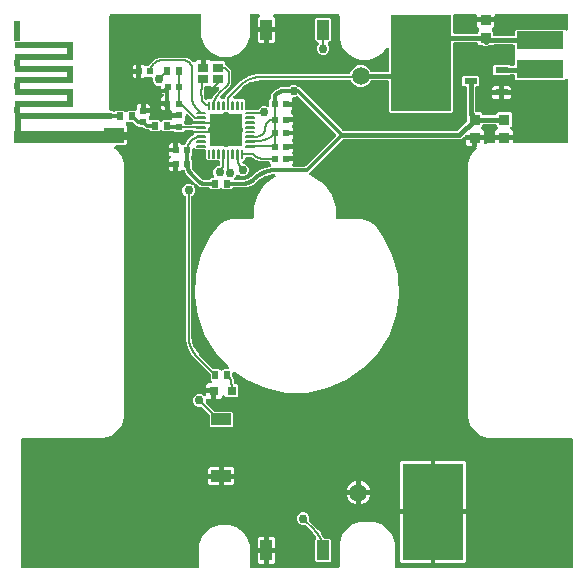
<source format=gbr>
G04 EAGLE Gerber RS-274X export*
G75*
%MOMM*%
%FSLAX34Y34*%
%LPD*%
%INTop Copper*%
%IPPOS*%
%AMOC8*
5,1,8,0,0,1.08239X$1,22.5*%
G01*
G04 Define Apertures*
%ADD10R,0.560000X0.629100*%
%ADD11R,0.629100X0.560000*%
%ADD12R,0.970200X0.920900*%
%ADD13R,1.120200X0.589100*%
%ADD14R,0.535100X0.644000*%
%ADD15R,4.000000X1.500000*%
%ADD16R,0.800000X0.800000*%
%ADD17C,1.500000*%
%ADD18R,9.300000X1.000000*%
%ADD19R,0.600000X1.000000*%
%ADD20R,8.250000X0.500000*%
%ADD21R,0.500000X0.500000*%
%ADD22R,5.000000X0.500000*%
%ADD23R,0.500000X1.800000*%
%ADD24R,1.700000X1.300000*%
%ADD25R,0.650000X0.500000*%
%ADD26C,0.140000*%
%ADD27R,2.800000X2.800000*%
%ADD28C,0.708000*%
%ADD29R,0.875000X0.775000*%
%ADD30R,1.700000X1.000000*%
%ADD31R,1.000000X1.700000*%
%ADD32R,5.080000X8.130000*%
%ADD33C,0.152400*%
%ADD34C,0.756400*%
%ADD35C,0.500000*%
%ADD36C,0.300000*%
%ADD37C,0.400000*%
%ADD38C,0.200000*%
G36*
X-112693Y143315D02*
X-113276Y143187D01*
X-113863Y143297D01*
X-114361Y143626D01*
X-115068Y144334D01*
X-122101Y144334D01*
X-122641Y144435D01*
X-123144Y144757D01*
X-123482Y145249D01*
X-123601Y145834D01*
X-123601Y146587D01*
X-123675Y146928D01*
X-123566Y147515D01*
X-123236Y148012D01*
X-122585Y148664D01*
X-122585Y150516D01*
X-130270Y150516D01*
X-130270Y157856D01*
X-132468Y157856D01*
X-133956Y156368D01*
X-133956Y153834D01*
X-134056Y153293D01*
X-134378Y152790D01*
X-134870Y152453D01*
X-135456Y152334D01*
X-141472Y152334D01*
X-142179Y151626D01*
X-142633Y151315D01*
X-143216Y151187D01*
X-143803Y151297D01*
X-144301Y151626D01*
X-145008Y152334D01*
X-151622Y152334D01*
X-152204Y151752D01*
X-152657Y151441D01*
X-153240Y151313D01*
X-153827Y151423D01*
X-154325Y151752D01*
X-154608Y152035D01*
X-155500Y152035D01*
X-156041Y152136D01*
X-156544Y152458D01*
X-156881Y152950D01*
X-157000Y153535D01*
X-157000Y232918D01*
X-156899Y233458D01*
X-156577Y233961D01*
X-156085Y234299D01*
X-155500Y234418D01*
X-80704Y234418D01*
X-80163Y234317D01*
X-79660Y233995D01*
X-79323Y233503D01*
X-79204Y232918D01*
X-79204Y214447D01*
X-76170Y206921D01*
X-70543Y201073D01*
X-63138Y197754D01*
X-61748Y197700D01*
X-61232Y197587D01*
X-61221Y197583D01*
X-59050Y197583D01*
X-58710Y197583D01*
X-58620Y197583D01*
X-58281Y197583D01*
X-56109Y197583D01*
X-56098Y197587D01*
X-55582Y197700D01*
X-54192Y197754D01*
X-46787Y201073D01*
X-41160Y206921D01*
X-38127Y214447D01*
X-38127Y232961D01*
X-38026Y233502D01*
X-37704Y234005D01*
X-37212Y234343D01*
X-36627Y234461D01*
X-31232Y234461D01*
X-30714Y234369D01*
X-30206Y234055D01*
X-29860Y233568D01*
X-29732Y232985D01*
X-29842Y232398D01*
X-30171Y231901D01*
X-31540Y230532D01*
X-31540Y222980D01*
X-16460Y222980D01*
X-16460Y230532D01*
X-17829Y231901D01*
X-18130Y232333D01*
X-18267Y232914D01*
X-18167Y233502D01*
X-17845Y234005D01*
X-17353Y234343D01*
X-16768Y234461D01*
X36342Y234461D01*
X36883Y234361D01*
X37386Y234039D01*
X37723Y233546D01*
X37842Y232961D01*
X37842Y212993D01*
X39890Y206690D01*
X43786Y201328D01*
X49147Y197432D01*
X55450Y195384D01*
X62810Y195384D01*
X69113Y197432D01*
X74475Y201328D01*
X77362Y205302D01*
X77947Y205782D01*
X78528Y205920D01*
X79117Y205820D01*
X79620Y205498D01*
X79957Y205005D01*
X80076Y204420D01*
X80076Y186844D01*
X79975Y186303D01*
X79653Y185800D01*
X79161Y185463D01*
X78576Y185344D01*
X64960Y185344D01*
X64408Y185449D01*
X63908Y185775D01*
X63574Y186270D01*
X63300Y186932D01*
X60762Y189470D01*
X57445Y190844D01*
X53855Y190844D01*
X50538Y189470D01*
X48000Y186932D01*
X46873Y184212D01*
X46565Y183742D01*
X46073Y183405D01*
X45487Y183286D01*
X-32124Y183286D01*
X-39165Y181399D01*
X-45479Y177754D01*
X-46947Y176286D01*
X-46947Y176286D01*
X-58354Y164879D01*
X-58400Y164648D01*
X-58845Y163573D01*
X-59170Y163087D01*
X-59331Y162926D01*
X-59399Y162820D01*
X-59891Y162483D01*
X-60476Y162364D01*
X-61782Y162364D01*
X-62300Y162456D01*
X-62808Y162770D01*
X-63153Y163257D01*
X-63282Y163840D01*
X-63172Y164427D01*
X-62842Y164925D01*
X-54582Y173185D01*
X-53714Y175280D01*
X-53714Y185720D01*
X-54582Y187815D01*
X-55384Y188616D01*
X-56525Y189758D01*
X-57824Y190296D01*
X-58294Y190604D01*
X-58631Y191097D01*
X-58750Y191682D01*
X-58750Y193214D01*
X-59643Y194107D01*
X-70168Y194107D01*
X-70277Y194083D01*
X-70864Y194192D01*
X-71361Y194522D01*
X-71962Y195123D01*
X-75389Y195123D01*
X-75389Y186708D01*
X-79389Y186708D01*
X-79389Y195123D01*
X-82816Y195123D01*
X-84292Y193647D01*
X-84746Y193335D01*
X-85329Y193207D01*
X-85916Y193317D01*
X-86414Y193647D01*
X-87384Y194616D01*
X-87972Y195205D01*
X-88666Y195898D01*
X-92015Y197286D01*
X-115391Y197286D01*
X-119653Y195521D01*
X-122915Y192259D01*
X-123318Y191286D01*
X-123626Y190816D01*
X-124118Y190478D01*
X-124704Y190360D01*
X-126157Y190360D01*
X-126498Y190285D01*
X-127085Y190394D01*
X-127582Y190724D01*
X-128234Y191376D01*
X-130086Y191376D01*
X-130086Y180005D01*
X-128234Y180005D01*
X-127582Y180656D01*
X-127129Y180967D01*
X-126546Y181095D01*
X-126144Y181021D01*
X-121806Y181021D01*
X-121265Y180920D01*
X-120762Y180598D01*
X-120425Y180106D01*
X-120306Y179521D01*
X-120306Y177945D01*
X-119498Y175994D01*
X-118006Y174502D01*
X-116055Y173694D01*
X-114443Y173694D01*
X-113902Y173593D01*
X-113399Y173271D01*
X-113062Y172779D01*
X-112943Y172194D01*
X-112943Y168072D01*
X-111483Y166612D01*
X-111172Y166159D01*
X-111044Y165575D01*
X-111153Y164989D01*
X-111483Y164491D01*
X-113326Y162648D01*
X-113326Y160450D01*
X-105986Y160450D01*
X-105986Y152765D01*
X-105516Y152765D01*
X-104975Y152664D01*
X-104472Y152342D01*
X-104134Y151850D01*
X-104016Y151265D01*
X-104016Y150516D01*
X-96330Y150516D01*
X-96330Y146516D01*
X-104016Y146516D01*
X-104016Y145834D01*
X-104116Y145293D01*
X-104438Y144790D01*
X-104930Y144453D01*
X-105516Y144334D01*
X-111532Y144334D01*
X-112239Y143626D01*
X-112693Y143315D01*
G37*
%LPC*%
G36*
X22945Y199694D02*
X25055Y199694D01*
X27006Y200502D01*
X28498Y201994D01*
X29306Y203945D01*
X29306Y206055D01*
X28498Y208006D01*
X28108Y208395D01*
X27807Y208827D01*
X27670Y209408D01*
X27770Y209997D01*
X28092Y210500D01*
X28584Y210837D01*
X29169Y210956D01*
X29631Y210956D01*
X30524Y211849D01*
X30524Y230111D01*
X29631Y231004D01*
X18369Y231004D01*
X17476Y230111D01*
X17476Y211849D01*
X18369Y210956D01*
X18831Y210956D01*
X19349Y210864D01*
X19857Y210550D01*
X20203Y210063D01*
X20331Y209480D01*
X20221Y208893D01*
X19892Y208395D01*
X19502Y208006D01*
X18694Y206055D01*
X18694Y203945D01*
X19502Y201994D01*
X20994Y200502D01*
X22945Y199694D01*
G37*
G36*
X-22000Y209940D02*
X-17948Y209940D01*
X-16460Y211428D01*
X-16460Y218980D01*
X-22000Y218980D01*
X-22000Y209940D01*
G37*
G36*
X-30052Y209940D02*
X-26000Y209940D01*
X-26000Y218980D01*
X-31540Y218980D01*
X-31540Y211428D01*
X-30052Y209940D01*
G37*
G36*
X-137426Y187690D02*
X-134086Y187690D01*
X-134086Y191376D01*
X-135938Y191376D01*
X-137426Y189888D01*
X-137426Y187690D01*
G37*
G36*
X-135938Y180005D02*
X-134086Y180005D01*
X-134086Y183690D01*
X-137426Y183690D01*
X-137426Y181492D01*
X-135938Y180005D01*
G37*
G36*
X-126270Y154516D02*
X-122585Y154516D01*
X-122585Y156368D01*
X-124072Y157856D01*
X-126270Y157856D01*
X-126270Y154516D01*
G37*
G36*
X-111838Y152765D02*
X-109986Y152765D01*
X-109986Y156450D01*
X-113326Y156450D01*
X-113326Y154252D01*
X-111838Y152765D01*
G37*
%LPD*%
G36*
X185381Y215653D02*
X184796Y215534D01*
X169455Y215534D01*
X168914Y215635D01*
X168411Y215957D01*
X168074Y216449D01*
X167955Y217034D01*
X167955Y219120D01*
X167224Y219851D01*
X166913Y220305D01*
X166785Y220888D01*
X166894Y221475D01*
X167224Y221972D01*
X168971Y223719D01*
X168971Y227376D01*
X154189Y227376D01*
X154189Y223719D01*
X155936Y221972D01*
X156247Y221519D01*
X156375Y220936D01*
X156266Y220349D01*
X155936Y219851D01*
X155205Y219120D01*
X155205Y218908D01*
X155104Y218367D01*
X154782Y217864D01*
X154290Y217527D01*
X153705Y217408D01*
X135424Y217408D01*
X134883Y217509D01*
X134380Y217831D01*
X134043Y218323D01*
X133924Y218908D01*
X133924Y232918D01*
X134025Y233458D01*
X134347Y233961D01*
X134839Y234299D01*
X135424Y234418D01*
X152689Y234418D01*
X153230Y234317D01*
X153733Y233995D01*
X154070Y233503D01*
X154189Y232918D01*
X154189Y231376D01*
X168971Y231376D01*
X168971Y232918D01*
X169072Y233458D01*
X169394Y233961D01*
X169886Y234299D01*
X170471Y234418D01*
X229901Y234418D01*
X230442Y234317D01*
X230945Y233995D01*
X231282Y233503D01*
X231401Y232918D01*
X231401Y221705D01*
X231309Y221187D01*
X230995Y220679D01*
X230508Y220334D01*
X229925Y220206D01*
X229338Y220315D01*
X228841Y220645D01*
X228451Y221034D01*
X187189Y221034D01*
X186296Y220141D01*
X186296Y217034D01*
X186195Y216493D01*
X185873Y215990D01*
X185381Y215653D01*
G37*
G36*
X-81944Y-234814D02*
X-82529Y-234932D01*
X-230389Y-234932D01*
X-230930Y-234832D01*
X-231433Y-234510D01*
X-231770Y-234017D01*
X-231889Y-233432D01*
X-231889Y-126264D01*
X-231788Y-125723D01*
X-231467Y-125221D01*
X-230974Y-124883D01*
X-230389Y-124764D01*
X-162047Y-124764D01*
X-155744Y-122716D01*
X-150382Y-118821D01*
X-146487Y-113459D01*
X-144439Y-107156D01*
X-144439Y107161D01*
X-146487Y113464D01*
X-150382Y118826D01*
X-152353Y120257D01*
X-152833Y120842D01*
X-152971Y121423D01*
X-152871Y122012D01*
X-152549Y122515D01*
X-152056Y122852D01*
X-151471Y122971D01*
X-143737Y122971D01*
X-142249Y124459D01*
X-142249Y139563D01*
X-142971Y140285D01*
X-143272Y140717D01*
X-143410Y141298D01*
X-143310Y141887D01*
X-142988Y142390D01*
X-142496Y142727D01*
X-141911Y142846D01*
X-138319Y142846D01*
X-137756Y142736D01*
X-137258Y142407D01*
X-134418Y139566D01*
X-133734Y139566D01*
X-133171Y139456D01*
X-132673Y139127D01*
X-132047Y138500D01*
X-128844Y138500D01*
X-128281Y138390D01*
X-127783Y138061D01*
X-126289Y136566D01*
X-124023Y136566D01*
X-123460Y136456D01*
X-122962Y136127D01*
X-121682Y134846D01*
X-115068Y134846D01*
X-114361Y135554D01*
X-113907Y135865D01*
X-113324Y135993D01*
X-112737Y135883D01*
X-112239Y135554D01*
X-111532Y134846D01*
X-104918Y134846D01*
X-104746Y135018D01*
X-104293Y135329D01*
X-103709Y135457D01*
X-103123Y135348D01*
X-102625Y135018D01*
X-102107Y134500D01*
X-94553Y134500D01*
X-93459Y135595D01*
X-92983Y135915D01*
X-92398Y136034D01*
X-87250Y136034D01*
X-86709Y135933D01*
X-86206Y135611D01*
X-86007Y135320D01*
X-78210Y135320D01*
X-78210Y133320D01*
X-85750Y133320D01*
X-85750Y132276D01*
X-85856Y131723D01*
X-86182Y131223D01*
X-86678Y130890D01*
X-87520Y130542D01*
X-91356Y126716D01*
X-92239Y124594D01*
X-92546Y124126D01*
X-93039Y123788D01*
X-93624Y123670D01*
X-94917Y123670D01*
X-95258Y123595D01*
X-95845Y123704D01*
X-96342Y124034D01*
X-96994Y124686D01*
X-98846Y124686D01*
X-98846Y117000D01*
X-106186Y117000D01*
X-106186Y114802D01*
X-105444Y114061D01*
X-105133Y113607D01*
X-105005Y113024D01*
X-105115Y112437D01*
X-105444Y111939D01*
X-106186Y111198D01*
X-106186Y109000D01*
X-98846Y109000D01*
X-98846Y101315D01*
X-96994Y101315D01*
X-96342Y101966D01*
X-95889Y102277D01*
X-95306Y102405D01*
X-94904Y102331D01*
X-94459Y102331D01*
X-93907Y102225D01*
X-93407Y101900D01*
X-93073Y101405D01*
X-91937Y98660D01*
X-91191Y97914D01*
X-91191Y97914D01*
X-85123Y91847D01*
X-84827Y91426D01*
X-84685Y90846D01*
X-84781Y90257D01*
X-84826Y90184D01*
X-84821Y90188D01*
X-84238Y90316D01*
X-83651Y90206D01*
X-83153Y89877D01*
X-82017Y88740D01*
X-79086Y87526D01*
X-73143Y87526D01*
X-72580Y87416D01*
X-72082Y87087D01*
X-70802Y85806D01*
X-64188Y85806D01*
X-63481Y86514D01*
X-63027Y86825D01*
X-62444Y86953D01*
X-61857Y86843D01*
X-61359Y86514D01*
X-60652Y85806D01*
X-54038Y85806D01*
X-52758Y87087D01*
X-52282Y87407D01*
X-51697Y87526D01*
X-40385Y87526D01*
X-34944Y89780D01*
X-33626Y91097D01*
X-32301Y92422D01*
X-32074Y92609D01*
X-25301Y97134D01*
X-24761Y97358D01*
X-18139Y98675D01*
X-17682Y98695D01*
X-17114Y98513D01*
X-16661Y98124D01*
X-16396Y97589D01*
X-16361Y96993D01*
X-16561Y96431D01*
X-16964Y95991D01*
X-24943Y90194D01*
X-31396Y81312D01*
X-34789Y70870D01*
X-34789Y62232D01*
X-34890Y61691D01*
X-35211Y61188D01*
X-35704Y60851D01*
X-36289Y60732D01*
X-52087Y60730D01*
X-52087Y60730D01*
X-52806Y60730D01*
X-58897Y58827D01*
X-64143Y55196D01*
X-66106Y52682D01*
X-71498Y45775D01*
X-79273Y30070D01*
X-83721Y13120D01*
X-84660Y-4379D01*
X-82050Y-21708D01*
X-75999Y-38154D01*
X-66756Y-53042D01*
X-56377Y-63991D01*
X-56104Y-64394D01*
X-55966Y-64975D01*
X-56066Y-65564D01*
X-56388Y-66067D01*
X-56880Y-66404D01*
X-57465Y-66523D01*
X-60324Y-66523D01*
X-61031Y-67231D01*
X-61485Y-67542D01*
X-62068Y-67670D01*
X-62655Y-67560D01*
X-63153Y-67231D01*
X-63860Y-66523D01*
X-68057Y-66523D01*
X-68620Y-66413D01*
X-69118Y-66084D01*
X-80944Y-54257D01*
X-81131Y-54030D01*
X-85816Y-47018D01*
X-86040Y-46477D01*
X-87685Y-38206D01*
X-87714Y-37913D01*
X-87714Y79201D01*
X-87609Y79754D01*
X-87283Y80254D01*
X-87159Y80338D01*
X-85502Y81994D01*
X-84694Y83945D01*
X-84694Y86055D01*
X-85600Y88242D01*
X-85712Y88744D01*
X-85621Y89334D01*
X-85565Y89426D01*
X-85588Y89410D01*
X-86172Y89286D01*
X-86758Y89400D01*
X-88945Y90306D01*
X-91055Y90306D01*
X-93006Y89498D01*
X-94498Y88006D01*
X-95306Y86055D01*
X-95306Y83945D01*
X-94498Y81994D01*
X-92860Y80356D01*
X-92742Y80279D01*
X-92405Y79787D01*
X-92286Y79201D01*
X-92286Y-41558D01*
X-90399Y-48600D01*
X-86754Y-54913D01*
X-85286Y-56381D01*
X-85286Y-56381D01*
X-71806Y-69861D01*
X-71485Y-70337D01*
X-71367Y-70922D01*
X-71367Y-75118D01*
X-70786Y-75699D01*
X-70485Y-76131D01*
X-70347Y-76712D01*
X-70447Y-77301D01*
X-70769Y-77804D01*
X-71261Y-78141D01*
X-71846Y-78260D01*
X-73652Y-78260D01*
X-75140Y-79748D01*
X-75140Y-82800D01*
X-66600Y-82800D01*
X-66600Y-91340D01*
X-63548Y-91340D01*
X-62003Y-89795D01*
X-61968Y-89598D01*
X-61654Y-89090D01*
X-61167Y-88745D01*
X-60584Y-88617D01*
X-59997Y-88726D01*
X-59499Y-89056D01*
X-58231Y-90324D01*
X-48969Y-90324D01*
X-48076Y-89431D01*
X-48076Y-80169D01*
X-48969Y-79276D01*
X-49814Y-79276D01*
X-50355Y-79175D01*
X-50858Y-78853D01*
X-51195Y-78361D01*
X-51314Y-77776D01*
X-51314Y-76741D01*
X-52703Y-73387D01*
X-52818Y-72813D01*
X-52818Y-69948D01*
X-52575Y-69130D01*
X-52156Y-68704D01*
X-51604Y-68476D01*
X-51007Y-68481D01*
X-50459Y-68718D01*
X-40327Y-75785D01*
X-24228Y-82706D01*
X-7064Y-86238D01*
X10460Y-86236D01*
X27624Y-82700D01*
X43722Y-75776D01*
X58092Y-65747D01*
X70145Y-53026D01*
X79384Y-38136D01*
X85431Y-21688D01*
X88037Y-4359D01*
X87094Y13140D01*
X82642Y30089D01*
X74863Y45792D01*
X69470Y52697D01*
X69180Y53069D01*
X69180Y53069D01*
X67507Y55212D01*
X62259Y58842D01*
X56169Y60743D01*
X55449Y60743D01*
X54259Y60742D01*
X54259Y60742D01*
X52978Y60742D01*
X36032Y60740D01*
X35491Y60841D01*
X34988Y61163D01*
X34650Y61655D01*
X34531Y62240D01*
X34531Y70870D01*
X31139Y81312D01*
X24685Y90194D01*
X15803Y96647D01*
X13040Y97545D01*
X12478Y97878D01*
X12132Y98365D01*
X12004Y98948D01*
X12114Y99535D01*
X12443Y100032D01*
X40313Y127902D01*
X40789Y128223D01*
X41374Y128342D01*
X140860Y128342D01*
X142448Y129930D01*
X142880Y130231D01*
X143461Y130369D01*
X144009Y130276D01*
X144009Y131374D01*
X159791Y131374D01*
X159791Y135030D01*
X158044Y136777D01*
X157733Y137231D01*
X157605Y137814D01*
X157714Y138401D01*
X158044Y138899D01*
X158775Y139630D01*
X158775Y139842D01*
X158876Y140382D01*
X159198Y140885D01*
X159690Y141223D01*
X160275Y141342D01*
X169275Y141342D01*
X169816Y141241D01*
X170319Y140919D01*
X170656Y140427D01*
X170775Y139842D01*
X170775Y139630D01*
X171506Y138899D01*
X171817Y138445D01*
X171945Y137862D01*
X171836Y137275D01*
X171506Y136777D01*
X169759Y135030D01*
X169759Y131374D01*
X184541Y131374D01*
X184541Y135030D01*
X182794Y136777D01*
X182483Y137231D01*
X182355Y137814D01*
X182464Y138401D01*
X182794Y138899D01*
X183525Y139630D01*
X183525Y150101D01*
X182632Y150994D01*
X171668Y150994D01*
X170775Y150101D01*
X170775Y149890D01*
X170674Y149349D01*
X170352Y148846D01*
X169860Y148508D01*
X169275Y148390D01*
X160275Y148390D01*
X159734Y148490D01*
X159231Y148812D01*
X158894Y149305D01*
X158775Y149890D01*
X158775Y150101D01*
X157882Y150994D01*
X154150Y150994D01*
X153336Y151234D01*
X152909Y151651D01*
X152679Y152201D01*
X152573Y152733D01*
X152544Y153026D01*
X152544Y171481D01*
X152645Y172021D01*
X152967Y172524D01*
X153459Y172862D01*
X154044Y172981D01*
X155252Y172981D01*
X156145Y173873D01*
X156145Y181027D01*
X155252Y181920D01*
X142788Y181920D01*
X141895Y181027D01*
X141895Y173873D01*
X142788Y172981D01*
X143996Y172981D01*
X144537Y172880D01*
X145040Y172558D01*
X145377Y172066D01*
X145496Y171481D01*
X145496Y150029D01*
X145911Y149028D01*
X146025Y148454D01*
X146025Y144096D01*
X145915Y143533D01*
X145586Y143035D01*
X138380Y135829D01*
X137904Y135508D01*
X137319Y135390D01*
X41374Y135390D01*
X40811Y135499D01*
X40313Y135829D01*
X4118Y172024D01*
X4101Y172024D01*
X3538Y172134D01*
X3040Y172463D01*
X2006Y173498D01*
X55Y174306D01*
X-2055Y174306D01*
X-4006Y173498D01*
X-5040Y172463D01*
X-5516Y172143D01*
X-6101Y172024D01*
X-11396Y172024D01*
X-16272Y170004D01*
X-19133Y167144D01*
X-19138Y167118D01*
X-20175Y164614D01*
X-20190Y164592D01*
X-20190Y163608D01*
X-20300Y163045D01*
X-20629Y162547D01*
X-21490Y161687D01*
X-21490Y157120D01*
X-21587Y156590D01*
X-21904Y156085D01*
X-22394Y155743D01*
X-22978Y155620D01*
X-23564Y155734D01*
X-24945Y156306D01*
X-27055Y156306D01*
X-29006Y155498D01*
X-30498Y154006D01*
X-30694Y153532D01*
X-31003Y153062D01*
X-31495Y152725D01*
X-32080Y152606D01*
X-33089Y152606D01*
X-33652Y152716D01*
X-33846Y152844D01*
X-40666Y152844D01*
X-41207Y152945D01*
X-41710Y153267D01*
X-42047Y153759D01*
X-42166Y154344D01*
X-42166Y161061D01*
X-43469Y162364D01*
X-46040Y162364D01*
X-46083Y162335D01*
X-46666Y162207D01*
X-47253Y162316D01*
X-47325Y162364D01*
X-50040Y162364D01*
X-50083Y162335D01*
X-50666Y162207D01*
X-51253Y162316D01*
X-51751Y162646D01*
X-51875Y162771D01*
X-52186Y163224D01*
X-52314Y163807D01*
X-52205Y164394D01*
X-51875Y164892D01*
X-44823Y171944D01*
X-44596Y172131D01*
X-37584Y176816D01*
X-37043Y177040D01*
X-28772Y178685D01*
X-28479Y178714D01*
X46167Y178714D01*
X46719Y178609D01*
X47219Y178283D01*
X47553Y177788D01*
X48000Y176708D01*
X50538Y174170D01*
X53855Y172796D01*
X57445Y172796D01*
X60762Y174170D01*
X63300Y176708D01*
X63574Y177370D01*
X63883Y177840D01*
X64375Y178177D01*
X64960Y178296D01*
X78576Y178296D01*
X79117Y178195D01*
X79620Y177873D01*
X79957Y177381D01*
X80076Y176796D01*
X80076Y151719D01*
X80969Y150826D01*
X133031Y150826D01*
X133924Y151719D01*
X133924Y208860D01*
X134025Y209401D01*
X134347Y209904D01*
X134839Y210241D01*
X135424Y210360D01*
X153705Y210360D01*
X154246Y210259D01*
X154749Y209937D01*
X155086Y209445D01*
X155205Y208860D01*
X155205Y208648D01*
X156098Y207756D01*
X159040Y207756D01*
X159602Y207646D01*
X160100Y207316D01*
X160120Y207296D01*
X163040Y207296D01*
X163060Y207316D01*
X163535Y207637D01*
X164121Y207756D01*
X167062Y207756D01*
X167353Y208047D01*
X167829Y208367D01*
X168414Y208486D01*
X184796Y208486D01*
X185337Y208385D01*
X185840Y208063D01*
X186177Y207571D01*
X186296Y206986D01*
X186296Y203879D01*
X186381Y203794D01*
X186701Y203318D01*
X186820Y202733D01*
X186820Y196707D01*
X186710Y196144D01*
X186381Y195646D01*
X186296Y195561D01*
X186296Y191974D01*
X186195Y191433D01*
X185873Y190930D01*
X185381Y190593D01*
X184796Y190474D01*
X182819Y190474D01*
X182256Y190584D01*
X181758Y190913D01*
X181252Y191420D01*
X168788Y191420D01*
X167895Y190527D01*
X167895Y183373D01*
X168788Y182481D01*
X181252Y182481D01*
X181758Y182987D01*
X182234Y183307D01*
X182819Y183426D01*
X184796Y183426D01*
X185337Y183325D01*
X185840Y183003D01*
X186177Y182511D01*
X186296Y181926D01*
X186296Y179299D01*
X187189Y178406D01*
X228451Y178406D01*
X228841Y178795D01*
X229272Y179096D01*
X229853Y179234D01*
X230442Y179134D01*
X230945Y178812D01*
X231282Y178320D01*
X231401Y177735D01*
X231401Y126269D01*
X231300Y125728D01*
X230979Y125225D01*
X230486Y124888D01*
X229901Y124769D01*
X186041Y124769D01*
X185500Y124870D01*
X184997Y125192D01*
X184660Y125684D01*
X184541Y126269D01*
X184541Y127374D01*
X169759Y127374D01*
X169759Y126269D01*
X169658Y125728D01*
X169336Y125225D01*
X168844Y124888D01*
X168259Y124769D01*
X163943Y124769D01*
X161755Y124058D01*
X161339Y123985D01*
X160750Y124085D01*
X160247Y124407D01*
X159910Y124899D01*
X159791Y125485D01*
X159791Y127374D01*
X154400Y127374D01*
X154400Y121229D01*
X153739Y121229D01*
X153796Y121114D01*
X153831Y120518D01*
X153632Y119956D01*
X153228Y119516D01*
X152278Y118826D01*
X148383Y113464D01*
X146335Y107161D01*
X146335Y-107156D01*
X148383Y-113459D01*
X152278Y-118821D01*
X157640Y-122716D01*
X163943Y-124764D01*
X233766Y-124764D01*
X234306Y-124865D01*
X234809Y-125187D01*
X235147Y-125679D01*
X235266Y-126264D01*
X235266Y-233432D01*
X235165Y-233973D01*
X234843Y-234476D01*
X234351Y-234814D01*
X233766Y-234932D01*
X85906Y-234932D01*
X85365Y-234832D01*
X84862Y-234510D01*
X84525Y-234017D01*
X84406Y-233432D01*
X84406Y-213446D01*
X82337Y-207113D01*
X78403Y-201736D01*
X72994Y-197846D01*
X66644Y-195829D01*
X63363Y-195855D01*
X63351Y-195855D01*
X55450Y-195855D01*
X49147Y-197903D01*
X43786Y-201799D01*
X39890Y-207161D01*
X37842Y-213464D01*
X37842Y-233432D01*
X37741Y-233973D01*
X37419Y-234476D01*
X36927Y-234814D01*
X36342Y-234932D01*
X-36627Y-234932D01*
X-37167Y-234832D01*
X-37670Y-234510D01*
X-38008Y-234017D01*
X-38127Y-233432D01*
X-38127Y-215662D01*
X-40175Y-209359D01*
X-44070Y-203997D01*
X-49432Y-200102D01*
X-55735Y-198054D01*
X-64265Y-198054D01*
X-71954Y-201238D01*
X-77839Y-207122D01*
X-81025Y-214810D01*
X-81026Y-218971D01*
X-81026Y-218971D01*
X-81029Y-233433D01*
X-81130Y-233973D01*
X-81452Y-234476D01*
X-81944Y-234814D01*
G37*
%LPC*%
G36*
X166879Y169950D02*
X173020Y169950D01*
X173020Y173436D01*
X168367Y173436D01*
X166879Y171948D01*
X166879Y169950D01*
G37*
G36*
X177020Y169950D02*
X183161Y169950D01*
X183161Y171948D01*
X181673Y173436D01*
X177020Y173436D01*
X177020Y169950D01*
G37*
G36*
X177020Y162465D02*
X181673Y162465D01*
X183161Y163952D01*
X183161Y165950D01*
X177020Y165950D01*
X177020Y162465D01*
G37*
G36*
X168367Y162465D02*
X173020Y162465D01*
X173020Y165950D01*
X166879Y165950D01*
X166879Y163952D01*
X168367Y162465D01*
G37*
G36*
X146497Y122229D02*
X150400Y122229D01*
X150400Y127374D01*
X145009Y127374D01*
X145009Y123717D01*
X146497Y122229D01*
G37*
G36*
X-106186Y121000D02*
X-102846Y121000D01*
X-102846Y124686D01*
X-104698Y124686D01*
X-106186Y123198D01*
X-106186Y121000D01*
G37*
G36*
X-104698Y101315D02*
X-102846Y101315D01*
X-102846Y105000D01*
X-106186Y105000D01*
X-106186Y102802D01*
X-104698Y101315D01*
G37*
G36*
X-71351Y-115594D02*
X-53089Y-115594D01*
X-52196Y-114701D01*
X-52196Y-103439D01*
X-53089Y-102546D01*
X-67600Y-102546D01*
X-68163Y-102436D01*
X-68660Y-102107D01*
X-75171Y-95596D01*
X-75487Y-95131D01*
X-75611Y-94547D01*
X-75518Y-94072D01*
X-75518Y-92840D01*
X-75417Y-92299D01*
X-75095Y-91796D01*
X-74603Y-91459D01*
X-74018Y-91340D01*
X-70600Y-91340D01*
X-70600Y-86800D01*
X-75140Y-86800D01*
X-75140Y-87517D01*
X-75232Y-88035D01*
X-75546Y-88543D01*
X-76033Y-88888D01*
X-76616Y-89016D01*
X-77203Y-88907D01*
X-77701Y-88577D01*
X-77818Y-88460D01*
X-79769Y-87652D01*
X-81879Y-87652D01*
X-83830Y-88460D01*
X-85322Y-89952D01*
X-86130Y-91902D01*
X-86130Y-94013D01*
X-85322Y-95963D01*
X-83830Y-97456D01*
X-81879Y-98264D01*
X-79590Y-98264D01*
X-79028Y-98373D01*
X-78530Y-98703D01*
X-72683Y-104550D01*
X-72363Y-105025D01*
X-72244Y-105610D01*
X-72244Y-114701D01*
X-71351Y-115594D01*
G37*
G36*
X89060Y-185000D02*
X115000Y-185000D01*
X115000Y-143810D01*
X90548Y-143810D01*
X89060Y-145298D01*
X89060Y-185000D01*
G37*
G36*
X119000Y-185000D02*
X144940Y-185000D01*
X144940Y-145298D01*
X143452Y-143810D01*
X119000Y-143810D01*
X119000Y-185000D01*
G37*
G36*
X-73260Y-155070D02*
X-64220Y-155070D01*
X-64220Y-149530D01*
X-71772Y-149530D01*
X-73260Y-151018D01*
X-73260Y-155070D01*
G37*
G36*
X-60220Y-155070D02*
X-51180Y-155070D01*
X-51180Y-151018D01*
X-52668Y-149530D01*
X-60220Y-149530D01*
X-60220Y-155070D01*
G37*
G36*
X-60220Y-164610D02*
X-52668Y-164610D01*
X-51180Y-163122D01*
X-51180Y-159070D01*
X-60220Y-159070D01*
X-60220Y-164610D01*
G37*
G36*
X-71772Y-164610D02*
X-64220Y-164610D01*
X-64220Y-159070D01*
X-73260Y-159070D01*
X-73260Y-163122D01*
X-71772Y-164610D01*
G37*
G36*
X43861Y-168900D02*
X51900Y-168900D01*
X51900Y-160861D01*
X48213Y-162389D01*
X45389Y-165213D01*
X43861Y-168900D01*
G37*
G36*
X55900Y-168900D02*
X63939Y-168900D01*
X62412Y-165213D01*
X59587Y-162389D01*
X55900Y-160861D01*
X55900Y-168900D01*
G37*
G36*
X55900Y-172900D02*
X55900Y-180939D01*
X59587Y-179412D01*
X62412Y-176587D01*
X63939Y-172900D01*
X55900Y-172900D01*
G37*
G36*
X48213Y-179412D02*
X51900Y-180939D01*
X51900Y-172900D01*
X43861Y-172900D01*
X45389Y-176587D01*
X48213Y-179412D01*
G37*
G36*
X18369Y-230024D02*
X29631Y-230024D01*
X30524Y-229131D01*
X30524Y-210869D01*
X29631Y-209976D01*
X25453Y-209976D01*
X25088Y-209931D01*
X24550Y-209673D01*
X24154Y-209226D01*
X21006Y-203773D01*
X19654Y-202421D01*
X19654Y-202421D01*
X12717Y-195484D01*
X12401Y-195019D01*
X12277Y-194435D01*
X12306Y-194288D01*
X12306Y-191945D01*
X11498Y-189994D01*
X10006Y-188502D01*
X8055Y-187694D01*
X5945Y-187694D01*
X3994Y-188502D01*
X2502Y-189994D01*
X1694Y-191945D01*
X1694Y-194055D01*
X2502Y-196006D01*
X3994Y-197498D01*
X5945Y-198306D01*
X8262Y-198306D01*
X8399Y-198278D01*
X8986Y-198387D01*
X9484Y-198717D01*
X15313Y-204545D01*
X15499Y-204773D01*
X18049Y-208589D01*
X18301Y-209398D01*
X18192Y-209985D01*
X17862Y-210483D01*
X17476Y-210869D01*
X17476Y-229131D01*
X18369Y-230024D01*
G37*
G36*
X119000Y-230190D02*
X143452Y-230190D01*
X144940Y-228702D01*
X144940Y-189000D01*
X119000Y-189000D01*
X119000Y-230190D01*
G37*
G36*
X90548Y-230190D02*
X115000Y-230190D01*
X115000Y-189000D01*
X89060Y-189000D01*
X89060Y-228702D01*
X90548Y-230190D01*
G37*
G36*
X-31540Y-218000D02*
X-26000Y-218000D01*
X-26000Y-208960D01*
X-30052Y-208960D01*
X-31540Y-210448D01*
X-31540Y-218000D01*
G37*
G36*
X-22000Y-218000D02*
X-16460Y-218000D01*
X-16460Y-210448D01*
X-17948Y-208960D01*
X-22000Y-208960D01*
X-22000Y-218000D01*
G37*
G36*
X-22000Y-231040D02*
X-17948Y-231040D01*
X-16460Y-229552D01*
X-16460Y-222000D01*
X-22000Y-222000D01*
X-22000Y-231040D01*
G37*
G36*
X-30052Y-231040D02*
X-26000Y-231040D01*
X-26000Y-222000D01*
X-31540Y-222000D01*
X-31540Y-229552D01*
X-30052Y-231040D01*
G37*
%LPD*%
G36*
X-74585Y161821D02*
X-75166Y161683D01*
X-75755Y161783D01*
X-76258Y162105D01*
X-76595Y162597D01*
X-76714Y163183D01*
X-76714Y166720D01*
X-76782Y167055D01*
X-76782Y168945D01*
X-76714Y169294D01*
X-76714Y172069D01*
X-76613Y172609D01*
X-76291Y173112D01*
X-75799Y173450D01*
X-75214Y173569D01*
X-71870Y173569D01*
X-71761Y173593D01*
X-71174Y173483D01*
X-70677Y173153D01*
X-70076Y172553D01*
X-65302Y172553D01*
X-64783Y172460D01*
X-64275Y172147D01*
X-63930Y171660D01*
X-63802Y171077D01*
X-63911Y170490D01*
X-64241Y169992D01*
X-67547Y166686D01*
X-67547Y166685D01*
X-68618Y165615D01*
X-69581Y163290D01*
X-69889Y162820D01*
X-70382Y162483D01*
X-70967Y162364D01*
X-73911Y162364D01*
X-74153Y162122D01*
X-74585Y161821D01*
G37*
G36*
X8846Y105143D02*
X8261Y105024D01*
X-861Y105024D01*
X-1379Y105116D01*
X-1887Y105430D01*
X-2233Y105917D01*
X-2361Y106500D01*
X-2251Y107087D01*
X-1922Y107585D01*
X-1864Y107642D01*
X-1864Y109840D01*
X-9204Y109840D01*
X-9204Y113840D01*
X-1864Y113840D01*
X-1864Y116119D01*
X-1997Y116313D01*
X-2125Y116896D01*
X-2015Y117483D01*
X-1864Y117712D01*
X-1864Y120000D01*
X-9204Y120000D01*
X-9204Y124000D01*
X-1864Y124000D01*
X-1864Y126198D01*
X-2321Y126654D01*
X-2632Y127108D01*
X-2760Y127691D01*
X-2650Y128278D01*
X-2321Y128776D01*
X-1864Y129232D01*
X-1864Y131430D01*
X-9204Y131430D01*
X-9204Y135430D01*
X-1864Y135430D01*
X-1864Y137628D01*
X-2321Y138084D01*
X-2632Y138538D01*
X-2760Y139121D01*
X-2650Y139708D01*
X-2321Y140206D01*
X-1864Y140662D01*
X-1864Y142860D01*
X-9204Y142860D01*
X-9204Y146860D01*
X-1864Y146860D01*
X-1864Y149058D01*
X-3266Y150459D01*
X-3577Y150913D01*
X-3705Y151496D01*
X-3595Y152083D01*
X-3266Y152581D01*
X-2134Y153712D01*
X-2134Y155910D01*
X-9474Y155910D01*
X-9474Y159910D01*
X-2134Y159910D01*
X-2134Y162194D01*
X-2033Y162735D01*
X-1711Y163238D01*
X-1219Y163575D01*
X-634Y163694D01*
X55Y163694D01*
X1844Y164435D01*
X2395Y164549D01*
X2981Y164440D01*
X3479Y164110D01*
X34663Y132926D01*
X34974Y132473D01*
X35102Y131889D01*
X34992Y131303D01*
X34663Y130805D01*
X9321Y105463D01*
X8846Y105143D01*
G37*
G36*
X-86665Y140725D02*
X-87250Y140606D01*
X-92161Y140606D01*
X-92701Y140707D01*
X-93204Y141029D01*
X-93542Y141521D01*
X-93661Y142106D01*
X-93661Y142587D01*
X-93735Y142928D01*
X-93626Y143515D01*
X-93296Y144012D01*
X-92645Y144664D01*
X-92645Y147790D01*
X-92552Y148309D01*
X-92238Y148817D01*
X-91752Y149162D01*
X-91168Y149290D01*
X-90582Y149181D01*
X-90084Y148851D01*
X-86189Y144956D01*
X-85869Y144481D01*
X-85750Y143896D01*
X-85750Y143320D01*
X-78210Y143320D01*
X-78210Y141320D01*
X-86008Y141320D01*
X-86173Y141062D01*
X-86665Y140725D01*
G37*
G36*
X-72558Y93693D02*
X-73143Y93574D01*
X-77499Y93574D01*
X-78073Y93688D01*
X-78375Y93813D01*
X-78862Y94138D01*
X-85589Y100866D01*
X-85776Y101093D01*
X-86577Y102293D01*
X-86830Y103126D01*
X-86830Y110777D01*
X-87842Y111789D01*
X-88147Y112229D01*
X-88281Y112810D01*
X-88288Y113104D01*
X-88179Y113706D01*
X-87850Y114204D01*
X-86830Y115223D01*
X-86830Y119573D01*
X-86738Y120092D01*
X-86424Y120600D01*
X-85937Y120945D01*
X-85354Y121073D01*
X-84767Y120964D01*
X-84269Y120634D01*
X-83431Y119796D01*
X-76714Y119796D01*
X-76173Y119695D01*
X-75670Y119373D01*
X-75333Y118881D01*
X-75214Y118296D01*
X-75214Y111579D01*
X-73911Y110276D01*
X-71340Y110276D01*
X-71297Y110305D01*
X-70714Y110433D01*
X-70127Y110324D01*
X-70055Y110276D01*
X-67340Y110276D01*
X-67297Y110305D01*
X-66714Y110433D01*
X-66127Y110324D01*
X-66055Y110276D01*
X-64476Y110276D01*
X-63935Y110175D01*
X-63432Y109853D01*
X-63095Y109361D01*
X-62976Y108776D01*
X-62976Y107557D01*
X-63005Y107265D01*
X-63093Y106820D01*
X-63487Y106069D01*
X-63979Y105731D01*
X-64564Y105613D01*
X-64749Y105613D01*
X-66699Y104805D01*
X-68192Y103312D01*
X-68999Y101362D01*
X-68999Y99251D01*
X-68219Y97368D01*
X-68106Y96842D01*
X-68206Y96253D01*
X-68528Y95750D01*
X-69020Y95413D01*
X-69605Y95294D01*
X-70802Y95294D01*
X-72082Y94013D01*
X-72558Y93693D01*
G37*
G36*
X-43036Y93603D02*
X-43329Y93574D01*
X-49906Y93574D01*
X-50425Y93666D01*
X-50933Y93980D01*
X-51278Y94467D01*
X-51406Y95050D01*
X-51297Y95637D01*
X-50967Y96135D01*
X-50107Y96994D01*
X-49909Y97472D01*
X-49617Y97925D01*
X-49130Y98270D01*
X-48547Y98398D01*
X-47960Y98289D01*
X-47463Y97959D01*
X-47006Y97502D01*
X-45055Y96694D01*
X-42945Y96694D01*
X-40994Y97502D01*
X-39502Y98994D01*
X-38694Y100945D01*
X-38694Y103055D01*
X-39502Y105006D01*
X-40994Y106498D01*
X-43041Y107346D01*
X-43336Y107398D01*
X-43844Y107712D01*
X-44189Y108199D01*
X-44317Y108782D01*
X-44208Y109369D01*
X-43878Y109867D01*
X-42166Y111579D01*
X-42166Y112014D01*
X-42065Y112555D01*
X-41743Y113058D01*
X-41251Y113395D01*
X-40666Y113514D01*
X-37346Y113514D01*
X-36772Y113400D01*
X-35103Y112709D01*
X-34616Y112384D01*
X-33508Y111275D01*
X-33258Y111025D01*
X-29707Y109554D01*
X-22720Y109554D01*
X-22179Y109453D01*
X-21676Y109131D01*
X-21339Y108639D01*
X-21222Y108066D01*
X-20449Y107292D01*
X-20074Y106666D01*
X-20018Y106071D01*
X-20199Y105502D01*
X-20587Y105049D01*
X-21122Y104783D01*
X-27450Y103087D01*
X-33932Y99345D01*
X-35813Y97463D01*
X-37138Y96138D01*
X-37366Y95952D01*
X-39719Y94379D01*
X-40260Y94155D01*
X-42280Y93753D01*
X-42348Y93758D01*
X-42433Y93723D01*
X-43036Y93603D01*
G37*
D10*
X-107986Y158450D03*
X-98294Y158450D03*
X-107603Y172270D03*
X-97911Y172270D03*
X-16896Y111840D03*
X-7204Y111840D03*
X-16896Y122000D03*
X-7204Y122000D03*
X-16896Y133430D03*
X-7204Y133430D03*
X-17166Y157910D03*
X-7474Y157910D03*
X-16896Y144860D03*
X-7204Y144860D03*
D11*
X-98330Y148516D03*
X-98330Y138824D03*
X-128270Y142824D03*
X-128270Y152516D03*
D12*
X177150Y129374D03*
X177150Y144866D03*
D10*
X-132086Y185690D03*
X-122394Y185690D03*
D12*
X161580Y229376D03*
X161580Y213884D03*
X152400Y129374D03*
X152400Y144866D03*
D10*
X-91154Y119000D03*
X-100846Y119000D03*
X-91154Y107000D03*
X-100846Y107000D03*
D13*
X175020Y167950D03*
X175020Y186950D03*
X149020Y177450D03*
D14*
X-118375Y139590D03*
X-108225Y139590D03*
D15*
X207820Y212010D03*
X207820Y187430D03*
D14*
X-57345Y90550D03*
X-67495Y90550D03*
X-148315Y147590D03*
X-138165Y147590D03*
X-97845Y185690D03*
X-107995Y185690D03*
D16*
X-53600Y-84800D03*
X-68600Y-84800D03*
D14*
X-57017Y-71267D03*
X-67167Y-71267D03*
D17*
X55650Y181820D03*
X53900Y-170900D03*
D18*
X-191289Y130511D03*
D19*
X-234789Y140511D03*
D20*
X-196539Y148011D03*
D21*
X-235289Y153011D03*
D22*
X-212789Y158011D03*
D21*
X-190289Y163011D03*
D22*
X-212789Y168011D03*
D21*
X-235289Y173011D03*
D22*
X-212789Y178011D03*
D21*
X-190289Y183011D03*
D22*
X-212789Y188011D03*
D21*
X-235289Y193011D03*
D22*
X-212789Y198011D03*
D21*
X-190289Y203011D03*
D22*
X-212789Y208011D03*
D23*
X-235289Y219511D03*
D24*
X-153289Y132011D03*
D25*
X-158489Y148011D03*
D26*
X-72390Y119100D02*
X-72390Y112500D01*
X-72990Y112500D01*
X-72990Y119100D01*
X-72390Y119100D01*
X-72390Y113830D02*
X-72990Y113830D01*
X-72990Y115160D02*
X-72390Y115160D01*
X-72390Y116490D02*
X-72990Y116490D01*
X-72990Y117820D02*
X-72390Y117820D01*
X-68390Y119100D02*
X-68390Y112500D01*
X-68990Y112500D01*
X-68990Y119100D01*
X-68390Y119100D01*
X-68390Y113830D02*
X-68990Y113830D01*
X-68990Y115160D02*
X-68390Y115160D01*
X-68390Y116490D02*
X-68990Y116490D01*
X-68990Y117820D02*
X-68390Y117820D01*
X-64390Y119100D02*
X-64390Y112500D01*
X-64990Y112500D01*
X-64990Y119100D01*
X-64390Y119100D01*
X-64390Y113830D02*
X-64990Y113830D01*
X-64990Y115160D02*
X-64390Y115160D01*
X-64390Y116490D02*
X-64990Y116490D01*
X-64990Y117820D02*
X-64390Y117820D01*
X-60390Y119100D02*
X-60390Y112500D01*
X-60990Y112500D01*
X-60990Y119100D01*
X-60390Y119100D01*
X-60390Y113830D02*
X-60990Y113830D01*
X-60990Y115160D02*
X-60390Y115160D01*
X-60390Y116490D02*
X-60990Y116490D01*
X-60990Y117820D02*
X-60390Y117820D01*
X-56390Y119100D02*
X-56390Y112500D01*
X-56990Y112500D01*
X-56990Y119100D01*
X-56390Y119100D01*
X-56390Y113830D02*
X-56990Y113830D01*
X-56990Y115160D02*
X-56390Y115160D01*
X-56390Y116490D02*
X-56990Y116490D01*
X-56990Y117820D02*
X-56390Y117820D01*
X-52390Y119100D02*
X-52390Y112500D01*
X-52990Y112500D01*
X-52990Y119100D01*
X-52390Y119100D01*
X-52390Y113830D02*
X-52990Y113830D01*
X-52990Y115160D02*
X-52390Y115160D01*
X-52390Y116490D02*
X-52990Y116490D01*
X-52990Y117820D02*
X-52390Y117820D01*
X-48390Y119100D02*
X-48390Y112500D01*
X-48990Y112500D01*
X-48990Y119100D01*
X-48390Y119100D01*
X-48390Y113830D02*
X-48990Y113830D01*
X-48990Y115160D02*
X-48390Y115160D01*
X-48390Y116490D02*
X-48990Y116490D01*
X-48990Y117820D02*
X-48390Y117820D01*
X-44390Y119100D02*
X-44390Y112500D01*
X-44990Y112500D01*
X-44990Y119100D01*
X-44390Y119100D01*
X-44390Y113830D02*
X-44990Y113830D01*
X-44990Y115160D02*
X-44390Y115160D01*
X-44390Y116490D02*
X-44990Y116490D01*
X-44990Y117820D02*
X-44390Y117820D01*
X-41470Y122620D02*
X-34870Y122620D01*
X-34870Y122020D01*
X-41470Y122020D01*
X-41470Y122620D01*
X-41470Y126620D02*
X-34870Y126620D01*
X-34870Y126020D01*
X-41470Y126020D01*
X-41470Y126620D01*
X-41470Y130620D02*
X-34870Y130620D01*
X-34870Y130020D01*
X-41470Y130020D01*
X-41470Y130620D01*
X-41470Y134620D02*
X-34870Y134620D01*
X-34870Y134020D01*
X-41470Y134020D01*
X-41470Y134620D01*
X-41470Y138620D02*
X-34870Y138620D01*
X-34870Y138020D01*
X-41470Y138020D01*
X-41470Y138620D01*
X-41470Y142620D02*
X-34870Y142620D01*
X-34870Y142020D01*
X-41470Y142020D01*
X-41470Y142620D01*
X-41470Y146620D02*
X-34870Y146620D01*
X-34870Y146020D01*
X-41470Y146020D01*
X-41470Y146620D01*
X-41470Y150620D02*
X-34870Y150620D01*
X-34870Y150020D01*
X-41470Y150020D01*
X-41470Y150620D01*
X-44390Y153540D02*
X-44390Y160140D01*
X-44390Y153540D02*
X-44990Y153540D01*
X-44990Y160140D01*
X-44390Y160140D01*
X-44390Y154870D02*
X-44990Y154870D01*
X-44990Y156200D02*
X-44390Y156200D01*
X-44390Y157530D02*
X-44990Y157530D01*
X-44990Y158860D02*
X-44390Y158860D01*
X-48390Y160140D02*
X-48390Y153540D01*
X-48990Y153540D01*
X-48990Y160140D01*
X-48390Y160140D01*
X-48390Y154870D02*
X-48990Y154870D01*
X-48990Y156200D02*
X-48390Y156200D01*
X-48390Y157530D02*
X-48990Y157530D01*
X-48990Y158860D02*
X-48390Y158860D01*
X-52390Y160140D02*
X-52390Y153540D01*
X-52990Y153540D01*
X-52990Y160140D01*
X-52390Y160140D01*
X-52390Y154870D02*
X-52990Y154870D01*
X-52990Y156200D02*
X-52390Y156200D01*
X-52390Y157530D02*
X-52990Y157530D01*
X-52990Y158860D02*
X-52390Y158860D01*
X-56390Y160140D02*
X-56390Y153540D01*
X-56990Y153540D01*
X-56990Y160140D01*
X-56390Y160140D01*
X-56390Y154870D02*
X-56990Y154870D01*
X-56990Y156200D02*
X-56390Y156200D01*
X-56390Y157530D02*
X-56990Y157530D01*
X-56990Y158860D02*
X-56390Y158860D01*
X-60390Y160140D02*
X-60390Y153540D01*
X-60990Y153540D01*
X-60990Y160140D01*
X-60390Y160140D01*
X-60390Y154870D02*
X-60990Y154870D01*
X-60990Y156200D02*
X-60390Y156200D01*
X-60390Y157530D02*
X-60990Y157530D01*
X-60990Y158860D02*
X-60390Y158860D01*
X-64390Y160140D02*
X-64390Y153540D01*
X-64990Y153540D01*
X-64990Y160140D01*
X-64390Y160140D01*
X-64390Y154870D02*
X-64990Y154870D01*
X-64990Y156200D02*
X-64390Y156200D01*
X-64390Y157530D02*
X-64990Y157530D01*
X-64990Y158860D02*
X-64390Y158860D01*
X-68390Y160140D02*
X-68390Y153540D01*
X-68990Y153540D01*
X-68990Y160140D01*
X-68390Y160140D01*
X-68390Y154870D02*
X-68990Y154870D01*
X-68990Y156200D02*
X-68390Y156200D01*
X-68390Y157530D02*
X-68990Y157530D01*
X-68990Y158860D02*
X-68390Y158860D01*
X-72390Y160140D02*
X-72390Y153540D01*
X-72990Y153540D01*
X-72990Y160140D01*
X-72390Y160140D01*
X-72390Y154870D02*
X-72990Y154870D01*
X-72990Y156200D02*
X-72390Y156200D01*
X-72390Y157530D02*
X-72990Y157530D01*
X-72990Y158860D02*
X-72390Y158860D01*
X-75910Y150620D02*
X-82510Y150620D01*
X-75910Y150620D02*
X-75910Y150020D01*
X-82510Y150020D01*
X-82510Y150620D01*
X-82510Y146620D02*
X-75910Y146620D01*
X-75910Y146020D01*
X-82510Y146020D01*
X-82510Y146620D01*
X-82510Y142620D02*
X-75910Y142620D01*
X-75910Y142020D01*
X-82510Y142020D01*
X-82510Y142620D01*
X-82510Y138620D02*
X-75910Y138620D01*
X-75910Y138020D01*
X-82510Y138020D01*
X-82510Y138620D01*
X-82510Y134620D02*
X-75910Y134620D01*
X-75910Y134020D01*
X-82510Y134020D01*
X-82510Y134620D01*
X-82510Y130620D02*
X-75910Y130620D01*
X-75910Y130020D01*
X-82510Y130020D01*
X-82510Y130620D01*
X-82510Y126620D02*
X-75910Y126620D01*
X-75910Y126020D01*
X-82510Y126020D01*
X-82510Y126620D01*
X-82510Y122620D02*
X-75910Y122620D01*
X-75910Y122020D01*
X-82510Y122020D01*
X-82510Y122620D01*
D27*
X-58690Y136320D03*
D28*
X-58690Y136320D03*
X-58690Y147820D03*
X-70190Y136320D03*
X-58690Y124820D03*
X-47190Y136320D03*
D29*
X-77389Y178968D03*
X-64649Y178968D03*
X-64649Y188708D03*
X-77389Y188708D03*
D30*
X-62220Y-157070D03*
X-62220Y-109070D03*
D31*
X-24000Y220980D03*
X24000Y220980D03*
X-24000Y-220000D03*
X24000Y-220000D03*
D32*
X107000Y193000D03*
X117000Y-187000D03*
D33*
X-37346Y115800D02*
X-44690Y115800D01*
X-37346Y115800D02*
X-37190Y115798D01*
X-37035Y115792D01*
X-36879Y115782D01*
X-36724Y115768D01*
X-36570Y115751D01*
X-36415Y115729D01*
X-36262Y115704D01*
X-36109Y115674D01*
X-35957Y115641D01*
X-35805Y115604D01*
X-35655Y115563D01*
X-35506Y115518D01*
X-35358Y115470D01*
X-35211Y115417D01*
X-35066Y115362D01*
X-34922Y115302D01*
X-34780Y115239D01*
X-34639Y115172D01*
X-34500Y115102D01*
X-34363Y115028D01*
X-34228Y114950D01*
X-34095Y114870D01*
X-33964Y114786D01*
X-33835Y114698D01*
X-33708Y114608D01*
X-33584Y114514D01*
X-33462Y114417D01*
X-33343Y114317D01*
X-33226Y114214D01*
X-33112Y114109D01*
X-33000Y114000D01*
X-32874Y113877D01*
X-32746Y113758D01*
X-32615Y113641D01*
X-32481Y113528D01*
X-32344Y113418D01*
X-32205Y113311D01*
X-32063Y113208D01*
X-31919Y113107D01*
X-31772Y113011D01*
X-31623Y112918D01*
X-31473Y112828D01*
X-31319Y112742D01*
X-31164Y112660D01*
X-31007Y112581D01*
X-30849Y112506D01*
X-30688Y112435D01*
X-30526Y112368D01*
X-30362Y112305D01*
X-30197Y112246D01*
X-30031Y112190D01*
X-29863Y112139D01*
X-29694Y112091D01*
X-29524Y112048D01*
X-29353Y112009D01*
X-29181Y111973D01*
X-29008Y111942D01*
X-28835Y111915D01*
X-28661Y111892D01*
X-28486Y111873D01*
X-28311Y111859D01*
X-28136Y111848D01*
X-27961Y111842D01*
X-27785Y111840D01*
X-16896Y111840D01*
X-66320Y142320D02*
X-79210Y142320D01*
X-66320Y142320D02*
X-66287Y142318D01*
X-66253Y142313D01*
X-66221Y142304D01*
X-66190Y142292D01*
X-66160Y142277D01*
X-66132Y142259D01*
X-66106Y142238D01*
X-66082Y142214D01*
X-66061Y142188D01*
X-66043Y142160D01*
X-66028Y142130D01*
X-66016Y142099D01*
X-66007Y142067D01*
X-66002Y142033D01*
X-66000Y142000D01*
X-66000Y140510D01*
X-66002Y140383D01*
X-66008Y140257D01*
X-66017Y140131D01*
X-66031Y140005D01*
X-66048Y139880D01*
X-66069Y139755D01*
X-66093Y139631D01*
X-66122Y139507D01*
X-66154Y139385D01*
X-66190Y139263D01*
X-66229Y139143D01*
X-66272Y139024D01*
X-66319Y138907D01*
X-66369Y138790D01*
X-66423Y138676D01*
X-66480Y138563D01*
X-66540Y138452D01*
X-66604Y138342D01*
X-66671Y138235D01*
X-66742Y138130D01*
X-66815Y138027D01*
X-66892Y137926D01*
X-66971Y137828D01*
X-67054Y137732D01*
X-67139Y137638D01*
X-67227Y137547D01*
X-67318Y137459D01*
X-67412Y137374D01*
X-67508Y137291D01*
X-67606Y137212D01*
X-67707Y137135D01*
X-67810Y137062D01*
X-67915Y136991D01*
X-68022Y136924D01*
X-68132Y136860D01*
X-68243Y136800D01*
X-68356Y136743D01*
X-68470Y136689D01*
X-68587Y136639D01*
X-68704Y136592D01*
X-68823Y136549D01*
X-68943Y136510D01*
X-69065Y136474D01*
X-69187Y136442D01*
X-69311Y136413D01*
X-69435Y136389D01*
X-69560Y136368D01*
X-69685Y136351D01*
X-69811Y136337D01*
X-69937Y136328D01*
X-70063Y136322D01*
X-70190Y136320D01*
X-72190Y134320D02*
X-79210Y134320D01*
X-72190Y134320D02*
X-72103Y134322D01*
X-72016Y134328D01*
X-71929Y134337D01*
X-71843Y134350D01*
X-71757Y134367D01*
X-71672Y134388D01*
X-71589Y134413D01*
X-71506Y134441D01*
X-71425Y134472D01*
X-71345Y134507D01*
X-71267Y134546D01*
X-71190Y134588D01*
X-71115Y134633D01*
X-71043Y134682D01*
X-70972Y134733D01*
X-70904Y134788D01*
X-70839Y134845D01*
X-70776Y134906D01*
X-70715Y134969D01*
X-70658Y135034D01*
X-70603Y135102D01*
X-70552Y135173D01*
X-70503Y135245D01*
X-70458Y135320D01*
X-70416Y135397D01*
X-70377Y135475D01*
X-70342Y135555D01*
X-70311Y135636D01*
X-70283Y135719D01*
X-70258Y135802D01*
X-70237Y135887D01*
X-70220Y135973D01*
X-70207Y136059D01*
X-70198Y136146D01*
X-70192Y136233D01*
X-70190Y136320D01*
D34*
X-73000Y168000D03*
D33*
X-66499Y174501D01*
X-66391Y174612D01*
X-66285Y174726D01*
X-66183Y174842D01*
X-66083Y174961D01*
X-65986Y175082D01*
X-65892Y175205D01*
X-65801Y175331D01*
X-65714Y175458D01*
X-65629Y175588D01*
X-65548Y175720D01*
X-65470Y175854D01*
X-65395Y175990D01*
X-65324Y176128D01*
X-65256Y176267D01*
X-65191Y176408D01*
X-65130Y176551D01*
X-65072Y176695D01*
X-65018Y176840D01*
X-64968Y176986D01*
X-64921Y177134D01*
X-64878Y177283D01*
X-64838Y177433D01*
X-64802Y177584D01*
X-64770Y177736D01*
X-64742Y177888D01*
X-64717Y178041D01*
X-64697Y178195D01*
X-64679Y178349D01*
X-64666Y178503D01*
X-64657Y178658D01*
X-64651Y178813D01*
X-64649Y178968D01*
D35*
X-135000Y132011D02*
X-153289Y132011D01*
X-135000Y132011D02*
X-135000Y130000D01*
X-151919Y130000D01*
D34*
X180000Y226858D03*
X166000Y202610D03*
X-86000Y202610D03*
X-114000Y202610D03*
X222000Y154114D03*
X194000Y154114D03*
X166000Y154114D03*
X138000Y154114D03*
X208000Y129866D03*
X12000Y129866D03*
X110000Y105618D03*
X82000Y105618D03*
X54000Y154114D03*
X54000Y105618D03*
X26000Y105618D03*
X-100000Y226858D03*
X-114000Y105618D03*
X96000Y81370D03*
X-72000Y81370D03*
X-100000Y81370D03*
X138000Y57122D03*
X82000Y57122D03*
X-114000Y57122D03*
X96000Y32874D03*
X-100000Y129866D03*
X138000Y8626D03*
X110000Y8626D03*
X166000Y-136862D03*
X166000Y-185358D03*
X26000Y-185358D03*
X124000Y-64118D03*
X110000Y-39870D03*
X68000Y-64118D03*
X40000Y-112614D03*
X-44000Y-161110D03*
X110000Y-88366D03*
X-114000Y8626D03*
X-58000Y-185358D03*
X54000Y-88366D03*
X12000Y-161110D03*
X26000Y-88366D03*
X12000Y-112614D03*
X-30000Y-88366D03*
X40000Y81370D03*
X180000Y-209606D03*
X124000Y-112614D03*
X96000Y-112614D03*
X138000Y202610D03*
X68000Y-112614D03*
X124000Y-15622D03*
X-16000Y-112614D03*
X-114000Y-88366D03*
X96000Y-15622D03*
X-100000Y-112614D03*
X208000Y226858D03*
X110000Y57122D03*
X138000Y105618D03*
X222000Y-136862D03*
X68000Y81370D03*
X180000Y178362D03*
X-44000Y-112614D03*
X138000Y-136862D03*
X54000Y-185358D03*
X54000Y-136862D03*
X26000Y-136862D03*
X-2000Y-136862D03*
X-30000Y-136862D03*
X-86000Y-136862D03*
X152000Y-161110D03*
X208000Y-161110D03*
X194000Y-185358D03*
X194000Y-136862D03*
X180000Y-161110D03*
X138000Y-39870D03*
X-128000Y-15622D03*
X68000Y-161110D03*
X110000Y-136862D03*
X-100000Y-161110D03*
X222000Y-185358D03*
X-114000Y-136862D03*
X-114000Y-39870D03*
X40000Y-161110D03*
X124000Y32874D03*
X12000Y-209606D03*
X-128000Y-64118D03*
X-128000Y81370D03*
X-86000Y-185358D03*
X152000Y-209606D03*
X-58000Y-136862D03*
X82000Y-88366D03*
X82000Y-185358D03*
X82000Y-136862D03*
X208000Y-209606D03*
X12000Y226858D03*
X96000Y-64118D03*
X-16000Y-161110D03*
X-30000Y-185358D03*
X-128000Y32874D03*
X138000Y-88366D03*
X-2000Y202610D03*
X124000Y81370D03*
X-30000Y202610D03*
X-153000Y230000D03*
X-140000Y230000D03*
X-152000Y219000D03*
X-141000Y219000D03*
X-153000Y207000D03*
X-141000Y207000D03*
X-147000Y213000D03*
X-147000Y225000D03*
X-147000Y200000D03*
X-153000Y193000D03*
X-142000Y193000D03*
X-148000Y186000D03*
X-152000Y178000D03*
X-141000Y181000D03*
X-147000Y170000D03*
X-153000Y163000D03*
X-142000Y163000D03*
X-147000Y157000D03*
X-137000Y136000D03*
X-137000Y128000D03*
X-137000Y119000D03*
X-145000Y119000D03*
X-137000Y110000D03*
X-137000Y101000D03*
X34000Y154000D03*
X25000Y131000D03*
X-83000Y114000D03*
X143000Y229000D03*
X193000Y171000D03*
X180000Y200000D03*
X-33000Y106000D03*
D36*
X-107986Y158450D02*
X-107986Y171887D01*
X-107603Y172270D01*
X-110873Y169000D01*
X-124000Y169000D01*
D33*
X-82561Y-55874D02*
X-67167Y-71267D01*
X-82561Y-55874D02*
X-82983Y-55441D01*
X-83395Y-54999D01*
X-83796Y-54546D01*
X-84186Y-54085D01*
X-84566Y-53614D01*
X-84934Y-53135D01*
X-85290Y-52646D01*
X-85635Y-52150D01*
X-85968Y-51645D01*
X-86289Y-51133D01*
X-86597Y-50613D01*
X-86893Y-50086D01*
X-87176Y-49552D01*
X-87447Y-49011D01*
X-87705Y-48465D01*
X-87949Y-47912D01*
X-88181Y-47353D01*
X-88399Y-46789D01*
X-88603Y-46221D01*
X-88794Y-45647D01*
X-88971Y-45069D01*
X-89135Y-44487D01*
X-89284Y-43901D01*
X-89420Y-43312D01*
X-89541Y-42720D01*
X-89648Y-42125D01*
X-89741Y-41528D01*
X-89820Y-40928D01*
X-89885Y-40327D01*
X-89935Y-39725D01*
X-89971Y-39122D01*
X-89993Y-38517D01*
X-90000Y-37913D01*
X-90000Y85000D01*
D34*
X-90000Y85000D03*
X-26000Y151000D03*
D33*
X-26066Y150937D01*
X-26134Y150876D01*
X-26204Y150818D01*
X-26277Y150763D01*
X-26352Y150711D01*
X-26429Y150662D01*
X-26507Y150616D01*
X-26588Y150573D01*
X-26670Y150533D01*
X-26753Y150497D01*
X-26838Y150464D01*
X-26924Y150434D01*
X-27012Y150407D01*
X-27100Y150384D01*
X-27189Y150365D01*
X-27279Y150349D01*
X-27369Y150336D01*
X-27460Y150327D01*
X-27551Y150322D01*
X-27642Y150320D01*
X-38170Y150320D01*
X-53600Y-79517D02*
X-53600Y-84800D01*
X-53600Y-79517D02*
X-53603Y-79239D01*
X-53613Y-78962D01*
X-53630Y-78685D01*
X-53653Y-78408D01*
X-53683Y-78132D01*
X-53719Y-77857D01*
X-53762Y-77582D01*
X-53811Y-77309D01*
X-53867Y-77037D01*
X-53929Y-76766D01*
X-53998Y-76497D01*
X-54073Y-76230D01*
X-54154Y-75965D01*
X-54242Y-75701D01*
X-54336Y-75440D01*
X-54436Y-75181D01*
X-54542Y-74924D01*
X-54654Y-74670D01*
X-54773Y-74419D01*
X-54897Y-74171D01*
X-55027Y-73926D01*
X-55163Y-73683D01*
X-55305Y-73445D01*
X-55452Y-73209D01*
X-55605Y-72978D01*
X-55763Y-72749D01*
X-55927Y-72525D01*
X-56096Y-72305D01*
X-56270Y-72089D01*
X-56450Y-71877D01*
X-56634Y-71669D01*
X-56823Y-71466D01*
X-57017Y-71267D01*
X-66847Y-107154D02*
X-66732Y-107266D01*
X-66614Y-107375D01*
X-66494Y-107481D01*
X-66371Y-107585D01*
X-66245Y-107685D01*
X-66118Y-107782D01*
X-65988Y-107876D01*
X-65855Y-107967D01*
X-65720Y-108055D01*
X-65584Y-108139D01*
X-65445Y-108220D01*
X-65304Y-108297D01*
X-65162Y-108371D01*
X-65017Y-108442D01*
X-64871Y-108509D01*
X-64724Y-108572D01*
X-64575Y-108632D01*
X-64424Y-108688D01*
X-64272Y-108740D01*
X-64119Y-108788D01*
X-63965Y-108833D01*
X-63810Y-108874D01*
X-63654Y-108911D01*
X-63496Y-108944D01*
X-63339Y-108974D01*
X-63180Y-108999D01*
X-63021Y-109021D01*
X-62861Y-109038D01*
X-62701Y-109052D01*
X-62541Y-109062D01*
X-62381Y-109068D01*
X-62220Y-109070D01*
X-66846Y-107154D02*
X-81000Y-93000D01*
D34*
X-80824Y-92958D03*
D33*
X-80958Y-92958D02*
X-81000Y-93000D01*
X-80958Y-92958D02*
X-80824Y-92958D01*
X-48690Y113323D02*
X-48690Y115800D01*
X-48690Y113323D02*
X-48685Y112942D01*
X-48672Y112561D01*
X-48649Y112181D01*
X-48617Y111801D01*
X-48577Y111422D01*
X-48527Y111044D01*
X-48468Y110668D01*
X-48401Y110293D01*
X-48324Y109919D01*
X-48239Y109548D01*
X-48144Y109179D01*
X-48041Y108812D01*
X-47930Y108447D01*
X-47809Y108086D01*
X-47680Y107727D01*
X-47543Y107372D01*
X-47397Y107019D01*
X-47243Y106671D01*
X-47081Y106326D01*
X-46910Y105985D01*
X-46731Y105649D01*
X-46545Y105316D01*
X-46350Y104989D01*
X-46148Y104666D01*
X-45938Y104348D01*
X-45721Y104035D01*
X-45496Y103727D01*
X-45264Y103424D01*
X-45025Y103128D01*
X-44779Y102837D01*
X-44526Y102552D01*
X-44266Y102273D01*
X-44000Y102000D01*
D34*
X-44000Y102000D03*
D33*
X-56445Y115555D02*
X-56690Y115800D01*
D34*
X-54605Y100000D03*
X24000Y205000D03*
D33*
X24000Y220980D01*
X-56690Y115800D02*
X-56690Y105033D01*
X-56688Y104858D01*
X-56681Y104684D01*
X-56671Y104509D01*
X-56656Y104335D01*
X-56636Y104162D01*
X-56613Y103989D01*
X-56585Y103816D01*
X-56553Y103644D01*
X-56517Y103473D01*
X-56477Y103303D01*
X-56432Y103135D01*
X-56384Y102967D01*
X-56331Y102800D01*
X-56274Y102635D01*
X-56213Y102471D01*
X-56148Y102309D01*
X-56079Y102148D01*
X-56007Y101990D01*
X-55930Y101833D01*
X-55850Y101678D01*
X-55765Y101525D01*
X-55677Y101374D01*
X-55586Y101225D01*
X-55490Y101078D01*
X-55392Y100934D01*
X-55289Y100793D01*
X-55183Y100654D01*
X-55074Y100517D01*
X-54962Y100384D01*
X-54846Y100253D01*
X-54727Y100125D01*
X-54605Y100000D01*
X-60690Y107557D02*
X-60690Y115800D01*
X-60690Y107557D02*
X-60693Y107313D01*
X-60702Y107069D01*
X-60716Y106825D01*
X-60736Y106582D01*
X-60763Y106340D01*
X-60794Y106098D01*
X-60832Y105857D01*
X-60875Y105616D01*
X-60924Y105377D01*
X-60979Y105140D01*
X-61039Y104903D01*
X-61105Y104668D01*
X-61177Y104435D01*
X-61254Y104203D01*
X-61337Y103974D01*
X-61425Y103746D01*
X-61518Y103521D01*
X-61617Y103297D01*
X-61721Y103077D01*
X-61830Y102858D01*
X-61944Y102643D01*
X-62064Y102430D01*
X-62188Y102220D01*
X-62318Y102013D01*
X-62452Y101810D01*
X-62591Y101609D01*
X-62735Y101412D01*
X-62884Y101218D01*
X-63037Y101028D01*
X-63195Y100842D01*
X-63357Y100660D01*
X-63523Y100481D01*
X-63693Y100306D01*
D34*
X-63693Y100307D03*
X7000Y-193000D03*
D33*
X16929Y-202929D01*
X17330Y-203340D01*
X17722Y-203761D01*
X18103Y-204190D01*
X18474Y-204629D01*
X18835Y-205076D01*
X19185Y-205532D01*
X19523Y-205996D01*
X19851Y-206468D01*
X20168Y-206948D01*
X20472Y-207435D01*
X20766Y-207929D01*
X21047Y-208430D01*
X21316Y-208937D01*
X21573Y-209451D01*
X21818Y-209971D01*
X22051Y-210496D01*
X22271Y-211027D01*
X22478Y-211563D01*
X22672Y-212104D01*
X22854Y-212649D01*
X23022Y-213198D01*
X23177Y-213752D01*
X23319Y-214308D01*
X23448Y-214868D01*
X23564Y-215431D01*
X23666Y-215997D01*
X23754Y-216564D01*
X23829Y-217134D01*
X23891Y-217705D01*
X23938Y-218278D01*
X23973Y-218851D01*
X23993Y-219425D01*
X24000Y-220000D01*
X-72690Y156840D02*
X-72831Y156842D01*
X-72971Y156848D01*
X-73111Y156857D01*
X-73251Y156870D01*
X-73391Y156888D01*
X-73530Y156908D01*
X-73668Y156933D01*
X-73806Y156961D01*
X-73943Y156993D01*
X-74079Y157029D01*
X-74214Y157069D01*
X-74347Y157112D01*
X-74480Y157158D01*
X-74611Y157209D01*
X-74741Y157262D01*
X-74870Y157320D01*
X-74996Y157381D01*
X-75122Y157445D01*
X-75245Y157512D01*
X-75366Y157583D01*
X-75486Y157657D01*
X-75603Y157734D01*
X-75718Y157815D01*
X-75831Y157898D01*
X-75942Y157985D01*
X-76051Y158075D01*
X-76156Y158167D01*
X-76260Y158262D01*
X-76361Y158360D01*
X-79000Y175078D02*
X-78998Y175222D01*
X-78992Y175366D01*
X-78983Y175510D01*
X-78970Y175653D01*
X-78953Y175796D01*
X-78932Y175938D01*
X-78908Y176080D01*
X-78880Y176222D01*
X-78848Y176362D01*
X-78813Y176501D01*
X-78774Y176640D01*
X-78731Y176778D01*
X-78685Y176914D01*
X-78635Y177049D01*
X-78581Y177183D01*
X-78525Y177315D01*
X-78464Y177446D01*
X-78401Y177575D01*
X-78333Y177702D01*
X-78263Y177828D01*
X-78190Y177952D01*
X-78113Y178074D01*
X-78033Y178193D01*
X-77950Y178311D01*
X-77863Y178426D01*
X-77774Y178539D01*
X-77682Y178650D01*
X-77587Y178758D01*
X-77490Y178864D01*
X-77389Y178967D01*
X-77586Y159586D02*
X-76360Y158360D01*
X-77586Y159586D02*
X-77680Y159683D01*
X-77772Y159783D01*
X-77861Y159885D01*
X-77947Y159990D01*
X-78030Y160097D01*
X-78110Y160206D01*
X-78186Y160318D01*
X-78260Y160431D01*
X-78330Y160547D01*
X-78398Y160665D01*
X-78461Y160784D01*
X-78522Y160905D01*
X-78579Y161028D01*
X-78632Y161152D01*
X-78683Y161278D01*
X-78729Y161405D01*
X-78772Y161534D01*
X-78811Y161663D01*
X-78847Y161794D01*
X-78879Y161926D01*
X-78907Y162058D01*
X-78932Y162191D01*
X-78953Y162325D01*
X-78970Y162459D01*
X-78983Y162594D01*
X-78992Y162729D01*
X-78998Y162865D01*
X-79000Y163000D01*
X-79000Y165419D01*
X-79068Y165487D01*
X-79068Y170514D01*
X-79000Y170582D01*
X-79000Y175078D01*
X-64822Y166178D02*
X-65042Y165953D01*
X-65256Y165723D01*
X-65464Y165488D01*
X-65667Y165248D01*
X-65865Y165003D01*
X-66056Y164754D01*
X-66241Y164500D01*
X-66421Y164242D01*
X-66594Y163980D01*
X-66760Y163713D01*
X-66921Y163443D01*
X-67075Y163169D01*
X-67222Y162891D01*
X-67363Y162610D01*
X-67497Y162326D01*
X-67624Y162039D01*
X-67744Y161748D01*
X-67857Y161455D01*
X-67964Y161159D01*
X-68063Y160861D01*
X-68155Y160561D01*
X-68240Y160258D01*
X-68318Y159953D01*
X-68388Y159647D01*
X-68451Y159339D01*
X-68507Y159030D01*
X-68556Y158719D01*
X-68597Y158408D01*
X-68630Y158095D01*
X-68656Y157782D01*
X-68675Y157468D01*
X-68686Y157154D01*
X-68690Y156840D01*
X-64649Y188708D02*
X-61123Y188708D01*
X-61123Y188707D02*
X-60975Y188705D01*
X-60828Y188700D01*
X-60680Y188690D01*
X-60533Y188677D01*
X-60386Y188660D01*
X-60240Y188640D01*
X-60094Y188616D01*
X-59949Y188588D01*
X-59805Y188556D01*
X-59662Y188521D01*
X-59519Y188482D01*
X-59378Y188440D01*
X-59237Y188394D01*
X-59098Y188344D01*
X-58960Y188291D01*
X-58824Y188235D01*
X-58689Y188175D01*
X-58556Y188111D01*
X-58424Y188044D01*
X-58294Y187974D01*
X-58165Y187901D01*
X-58039Y187825D01*
X-57915Y187745D01*
X-57793Y187662D01*
X-57672Y187576D01*
X-57554Y187487D01*
X-57439Y187395D01*
X-57325Y187301D01*
X-57215Y187203D01*
X-57106Y187103D01*
X-57001Y186999D01*
X-57000Y187000D02*
X-56922Y186920D01*
X-56847Y186837D01*
X-56775Y186752D01*
X-56705Y186664D01*
X-56639Y186575D01*
X-56575Y186483D01*
X-56515Y186389D01*
X-56457Y186293D01*
X-56403Y186195D01*
X-56352Y186096D01*
X-56304Y185995D01*
X-56260Y185892D01*
X-56219Y185789D01*
X-56181Y185683D01*
X-56147Y185577D01*
X-56116Y185470D01*
X-56089Y185361D01*
X-56066Y185252D01*
X-56046Y185142D01*
X-56029Y185032D01*
X-56016Y184921D01*
X-56007Y184809D01*
X-56002Y184698D01*
X-56000Y184586D01*
X-56000Y176414D01*
X-56002Y176302D01*
X-56007Y176191D01*
X-56016Y176079D01*
X-56029Y175968D01*
X-56046Y175858D01*
X-56066Y175748D01*
X-56089Y175639D01*
X-56116Y175530D01*
X-56147Y175423D01*
X-56181Y175317D01*
X-56219Y175211D01*
X-56260Y175108D01*
X-56304Y175005D01*
X-56352Y174904D01*
X-56403Y174805D01*
X-56457Y174707D01*
X-56515Y174611D01*
X-56575Y174517D01*
X-56639Y174425D01*
X-56705Y174336D01*
X-56775Y174248D01*
X-56847Y174163D01*
X-56922Y174080D01*
X-57000Y174000D01*
X-64822Y166178D01*
X-79210Y138320D02*
X-97826Y138320D01*
X-97870Y138322D01*
X-97914Y138328D01*
X-97956Y138337D01*
X-97998Y138350D01*
X-98039Y138367D01*
X-98078Y138388D01*
X-98115Y138411D01*
X-98150Y138438D01*
X-98182Y138468D01*
X-98212Y138500D01*
X-98239Y138535D01*
X-98262Y138572D01*
X-98283Y138611D01*
X-98300Y138652D01*
X-98313Y138694D01*
X-98322Y138736D01*
X-98328Y138780D01*
X-98330Y138824D01*
D36*
X-107459Y138824D01*
X-107514Y138826D01*
X-107568Y138832D01*
X-107622Y138842D01*
X-107675Y138855D01*
X-107727Y138872D01*
X-107777Y138893D01*
X-107826Y138918D01*
X-107873Y138946D01*
X-107918Y138977D01*
X-107961Y139011D01*
X-108001Y139048D01*
X-108038Y139088D01*
X-108072Y139131D01*
X-108103Y139176D01*
X-108131Y139223D01*
X-108156Y139272D01*
X-108177Y139322D01*
X-108194Y139374D01*
X-108207Y139427D01*
X-108217Y139481D01*
X-108223Y139535D01*
X-108225Y139590D01*
X-128504Y142590D02*
X-133165Y142590D01*
X-138165Y147590D01*
X-128504Y142590D02*
X-128476Y142592D01*
X-128448Y142597D01*
X-128421Y142605D01*
X-128395Y142617D01*
X-128371Y142631D01*
X-128349Y142649D01*
X-128329Y142669D01*
X-128311Y142691D01*
X-128297Y142715D01*
X-128285Y142741D01*
X-128277Y142768D01*
X-128272Y142796D01*
X-128270Y142824D01*
X-125036Y139590D01*
X-118375Y139590D01*
D37*
X206661Y186950D02*
X206737Y186952D01*
X206812Y186957D01*
X206887Y186966D01*
X206962Y186978D01*
X207036Y186994D01*
X207110Y187013D01*
X207182Y187035D01*
X207253Y187061D01*
X207323Y187090D01*
X207392Y187122D01*
X207459Y187157D01*
X207524Y187195D01*
X207587Y187237D01*
X207649Y187281D01*
X207708Y187328D01*
X207765Y187378D01*
X207820Y187430D01*
X206661Y186950D02*
X175020Y186950D01*
D33*
X-79804Y130320D02*
X-80078Y130317D01*
X-80352Y130307D01*
X-80625Y130291D01*
X-80898Y130268D01*
X-81171Y130239D01*
X-81442Y130203D01*
X-81713Y130161D01*
X-81982Y130112D01*
X-82251Y130056D01*
X-82517Y129994D01*
X-82783Y129926D01*
X-83046Y129851D01*
X-83308Y129770D01*
X-83567Y129682D01*
X-83825Y129589D01*
X-84080Y129489D01*
X-84332Y129383D01*
X-84582Y129271D01*
X-84829Y129152D01*
X-85074Y129028D01*
X-85315Y128899D01*
X-85553Y128763D01*
X-85787Y128621D01*
X-86018Y128474D01*
X-86246Y128322D01*
X-86470Y128164D01*
X-86690Y128000D01*
X-86905Y127832D01*
X-87117Y127658D01*
X-87325Y127479D01*
X-87528Y127295D01*
X-87726Y127107D01*
X-87920Y126913D01*
X-88109Y126715D01*
X-88294Y126512D01*
X-88473Y126305D01*
X-88647Y126094D01*
X-88817Y125879D01*
X-88981Y125659D01*
X-89139Y125436D01*
X-89292Y125209D01*
X-89440Y124978D01*
X-89582Y124744D01*
X-89718Y124506D01*
X-89849Y124266D01*
X-89974Y124022D01*
X-90092Y123775D01*
X-90205Y123525D01*
X-90312Y123273D01*
X-90412Y123018D01*
X-90507Y122761D01*
X-90595Y122502D01*
X-90677Y122240D01*
X-90752Y121977D01*
X-90821Y121712D01*
X-90884Y121445D01*
X-90940Y121177D01*
X-90990Y120908D01*
X-91033Y120637D01*
X-91070Y120366D01*
X-91100Y120094D01*
X-91123Y119821D01*
X-91140Y119547D01*
X-91150Y119274D01*
X-91154Y119000D01*
X-79805Y130320D02*
X-79210Y130320D01*
X-91154Y119000D02*
X-91459Y118661D01*
D36*
X-91154Y107000D01*
X-91151Y106722D01*
X-91141Y106443D01*
X-91124Y106165D01*
X-91101Y105888D01*
X-91071Y105611D01*
X-91035Y105335D01*
X-90992Y105060D01*
X-90943Y104786D01*
X-90887Y104513D01*
X-90824Y104242D01*
X-90755Y103972D01*
X-90680Y103704D01*
X-90598Y103438D01*
X-90511Y103174D01*
X-90416Y102912D01*
X-90316Y102652D01*
X-90209Y102395D01*
X-90097Y102140D01*
X-89978Y101888D01*
X-89853Y101639D01*
X-89723Y101393D01*
X-89587Y101151D01*
X-89445Y100911D01*
X-89297Y100675D01*
X-89144Y100443D01*
X-88985Y100214D01*
X-88821Y99989D01*
X-88651Y99768D01*
X-88476Y99551D01*
X-88297Y99339D01*
X-88112Y99131D01*
X-87922Y98927D01*
X-87727Y98728D01*
X-87727Y98727D02*
X-81000Y92000D01*
X-80900Y91903D01*
X-80798Y91809D01*
X-80693Y91718D01*
X-80586Y91630D01*
X-80476Y91545D01*
X-80364Y91463D01*
X-80250Y91384D01*
X-80133Y91309D01*
X-80014Y91237D01*
X-79894Y91168D01*
X-79771Y91102D01*
X-79647Y91040D01*
X-79521Y90982D01*
X-79394Y90927D01*
X-79265Y90876D01*
X-79134Y90828D01*
X-79002Y90784D01*
X-78870Y90743D01*
X-78736Y90707D01*
X-78601Y90674D01*
X-78465Y90645D01*
X-78328Y90620D01*
X-78191Y90599D01*
X-78053Y90581D01*
X-77915Y90568D01*
X-77777Y90558D01*
X-77638Y90552D01*
X-77499Y90550D01*
X-67495Y90550D01*
D33*
X-56690Y156840D02*
X-56690Y162334D01*
X-56688Y162426D01*
X-56683Y162519D01*
X-56674Y162611D01*
X-56661Y162703D01*
X-56645Y162794D01*
X-56625Y162884D01*
X-56602Y162974D01*
X-56575Y163062D01*
X-56544Y163149D01*
X-56511Y163236D01*
X-56474Y163320D01*
X-56433Y163404D01*
X-56390Y163485D01*
X-56343Y163565D01*
X-56293Y163643D01*
X-56240Y163719D01*
X-56184Y163793D01*
X-56126Y163864D01*
X-56064Y163933D01*
X-56000Y164000D01*
X-46440Y173561D01*
X-45993Y173996D01*
X-45537Y174420D01*
X-45070Y174833D01*
X-44593Y175234D01*
X-44106Y175624D01*
X-43610Y176001D01*
X-43105Y176367D01*
X-42590Y176719D01*
X-42068Y177059D01*
X-41537Y177386D01*
X-40999Y177700D01*
X-40452Y178001D01*
X-39899Y178288D01*
X-39339Y178561D01*
X-38772Y178821D01*
X-38199Y179067D01*
X-37620Y179298D01*
X-37036Y179515D01*
X-36447Y179718D01*
X-35852Y179906D01*
X-35254Y180080D01*
X-34651Y180239D01*
X-34044Y180383D01*
X-33434Y180512D01*
X-32821Y180626D01*
X-32206Y180725D01*
X-31588Y180809D01*
X-30969Y180878D01*
X-30348Y180931D01*
X-29725Y180969D01*
X-29102Y180992D01*
X-28479Y181000D01*
D37*
X166104Y212010D02*
X207820Y212010D01*
X166104Y212010D02*
X165947Y212012D01*
X165790Y212018D01*
X165633Y212027D01*
X165477Y212041D01*
X165321Y212058D01*
X165165Y212079D01*
X165010Y212104D01*
X164856Y212133D01*
X164702Y212165D01*
X164549Y212202D01*
X164398Y212242D01*
X164247Y212285D01*
X164097Y212333D01*
X163949Y212384D01*
X163801Y212439D01*
X163656Y212497D01*
X163511Y212559D01*
X163369Y212624D01*
X163227Y212693D01*
X163088Y212765D01*
X162950Y212841D01*
X162815Y212920D01*
X162681Y213003D01*
X162549Y213088D01*
X162420Y213177D01*
X162293Y213269D01*
X162168Y213364D01*
X162045Y213462D01*
X161925Y213563D01*
X161807Y213667D01*
X161692Y213774D01*
X161580Y213884D01*
D33*
X55650Y181820D02*
X55000Y181820D01*
D37*
X161580Y210820D02*
X161580Y213884D01*
D33*
X55650Y181820D02*
X55650Y180000D01*
D37*
X107000Y213884D02*
X161580Y213884D01*
X107000Y213884D02*
X107000Y193000D01*
X107000Y181820D01*
X55000Y181820D01*
D33*
X55000Y181000D02*
X-28479Y181000D01*
X55000Y181000D02*
X55000Y181820D01*
X-16896Y122000D02*
X-16944Y122045D01*
X-16995Y122087D01*
X-17048Y122127D01*
X-17104Y122162D01*
X-17161Y122195D01*
X-17220Y122224D01*
X-17281Y122249D01*
X-17344Y122271D01*
X-17407Y122288D01*
X-17472Y122302D01*
X-17537Y122312D01*
X-17603Y122318D01*
X-17669Y122320D01*
X-38170Y122320D01*
X-38170Y126320D02*
X-34061Y126320D01*
X-33483Y126327D01*
X-32906Y126347D01*
X-32329Y126382D01*
X-31754Y126430D01*
X-31179Y126492D01*
X-30606Y126567D01*
X-30035Y126656D01*
X-29467Y126759D01*
X-28901Y126875D01*
X-28338Y127004D01*
X-27778Y127147D01*
X-27222Y127303D01*
X-26670Y127473D01*
X-26121Y127655D01*
X-25578Y127851D01*
X-25039Y128059D01*
X-24505Y128280D01*
X-23977Y128514D01*
X-23454Y128760D01*
X-22938Y129019D01*
X-22427Y129289D01*
X-21924Y129572D01*
X-21427Y129867D01*
X-20937Y130174D01*
X-20455Y130492D01*
X-19980Y130821D01*
X-19514Y131162D01*
X-19055Y131514D01*
X-18605Y131876D01*
X-18164Y132249D01*
X-17732Y132633D01*
X-17309Y133026D01*
X-16896Y133430D01*
X-16896Y157258D02*
X-16898Y157314D01*
X-16903Y157369D01*
X-16911Y157424D01*
X-16923Y157479D01*
X-16938Y157532D01*
X-16956Y157585D01*
X-16977Y157636D01*
X-17002Y157686D01*
X-17029Y157735D01*
X-17059Y157782D01*
X-17092Y157827D01*
X-17128Y157869D01*
X-17166Y157910D01*
D36*
X-43329Y90550D02*
X-57345Y90550D01*
X-43329Y90550D02*
X-43049Y90553D01*
X-42769Y90563D01*
X-42489Y90580D01*
X-42209Y90603D01*
X-41931Y90633D01*
X-41653Y90670D01*
X-41376Y90713D01*
X-41100Y90763D01*
X-40825Y90819D01*
X-40552Y90882D01*
X-40280Y90951D01*
X-40010Y91027D01*
X-39742Y91109D01*
X-39476Y91198D01*
X-39213Y91293D01*
X-38951Y91394D01*
X-38692Y91501D01*
X-38436Y91614D01*
X-38182Y91734D01*
X-37932Y91859D01*
X-37684Y91991D01*
X-37439Y92128D01*
X-37198Y92271D01*
X-36961Y92420D01*
X-36727Y92574D01*
X-36497Y92734D01*
X-36270Y92899D01*
X-36048Y93070D01*
X-35829Y93246D01*
X-35615Y93427D01*
X-35406Y93613D01*
X-35201Y93804D01*
X-35000Y94000D01*
D33*
X-34440Y94561D01*
D36*
X-34007Y94983D01*
X-33565Y95395D01*
X-33112Y95796D01*
X-32651Y96186D01*
X-32180Y96566D01*
X-31701Y96934D01*
X-31212Y97290D01*
X-30716Y97635D01*
X-30211Y97968D01*
X-29699Y98289D01*
X-29179Y98597D01*
X-28652Y98893D01*
X-28118Y99176D01*
X-27577Y99447D01*
X-27031Y99705D01*
X-26478Y99949D01*
X-25919Y100181D01*
X-25355Y100399D01*
X-24787Y100603D01*
X-24213Y100794D01*
X-23635Y100971D01*
X-23053Y101135D01*
X-22467Y101284D01*
X-21878Y101420D01*
X-21286Y101541D01*
X-20691Y101648D01*
X-20094Y101741D01*
X-19494Y101820D01*
X-18893Y101885D01*
X-18291Y101935D01*
X-17688Y101971D01*
X-17083Y101993D01*
X-16479Y102000D01*
X10134Y102000D01*
D37*
X149020Y153026D02*
X149020Y177450D01*
X149020Y153026D02*
X149023Y152743D01*
X149034Y152460D01*
X149051Y152177D01*
X149076Y151895D01*
X149107Y151613D01*
X149145Y151333D01*
X149190Y151053D01*
X149242Y150775D01*
X149300Y150498D01*
X149366Y150222D01*
X149438Y149948D01*
X149517Y149676D01*
X149602Y149406D01*
X149695Y149138D01*
X149793Y148873D01*
X149898Y148610D01*
X150010Y148350D01*
X150128Y148092D01*
X150252Y147837D01*
X150383Y147586D01*
X150519Y147338D01*
X150662Y147093D01*
X150810Y146852D01*
X150965Y146615D01*
X151125Y146381D01*
X151291Y146152D01*
X151462Y145926D01*
X151639Y145705D01*
X151822Y145488D01*
X152009Y145276D01*
X152202Y145069D01*
X152400Y144866D01*
X177150Y144866D01*
X177150Y144866D01*
X152400Y144866D02*
X139400Y131866D01*
X40000Y131866D01*
D33*
X-33470Y130320D02*
X-38170Y130320D01*
X-33470Y130320D02*
X-33252Y130323D01*
X-33035Y130330D01*
X-32817Y130343D01*
X-32600Y130361D01*
X-32384Y130385D01*
X-32168Y130413D01*
X-31953Y130447D01*
X-31738Y130485D01*
X-31525Y130529D01*
X-31313Y130578D01*
X-31102Y130632D01*
X-30892Y130691D01*
X-30684Y130754D01*
X-30477Y130823D01*
X-30272Y130897D01*
X-30069Y130975D01*
X-29868Y131059D01*
X-29669Y131147D01*
X-29472Y131240D01*
X-29277Y131337D01*
X-29085Y131439D01*
X-28895Y131546D01*
X-28708Y131657D01*
X-28523Y131773D01*
X-28341Y131892D01*
X-28162Y132017D01*
X-27987Y132145D01*
X-27814Y132278D01*
X-27644Y132414D01*
X-27478Y132555D01*
X-27315Y132699D01*
X-27156Y132848D01*
X-27000Y133000D01*
X-26883Y133120D01*
X-26769Y133243D01*
X-26658Y133368D01*
X-26550Y133496D01*
X-26445Y133627D01*
X-26344Y133761D01*
X-26246Y133896D01*
X-26151Y134035D01*
X-26059Y134175D01*
X-25971Y134318D01*
X-25887Y134462D01*
X-25806Y134609D01*
X-25729Y134758D01*
X-25656Y134909D01*
X-25586Y135061D01*
X-25520Y135215D01*
X-25458Y135371D01*
X-25399Y135528D01*
X-25345Y135686D01*
X-25294Y135846D01*
X-25247Y136007D01*
X-25205Y136169D01*
X-25166Y136332D01*
X-25131Y136496D01*
X-25101Y136661D01*
X-25074Y136826D01*
X-25051Y136992D01*
X-25033Y137159D01*
X-25019Y137326D01*
X-25008Y137493D01*
X-25002Y137660D01*
X-25000Y137828D01*
X-25000Y138172D01*
X-24998Y138334D01*
X-24992Y138497D01*
X-24983Y138659D01*
X-24969Y138821D01*
X-24952Y138983D01*
X-24931Y139144D01*
X-24905Y139304D01*
X-24877Y139464D01*
X-24844Y139623D01*
X-24808Y139782D01*
X-24767Y139939D01*
X-24723Y140096D01*
X-24676Y140251D01*
X-24624Y140405D01*
X-24569Y140558D01*
X-24511Y140710D01*
X-24449Y140860D01*
X-24383Y141008D01*
X-24314Y141155D01*
X-24241Y141301D01*
X-24165Y141444D01*
X-24085Y141586D01*
X-24002Y141726D01*
X-23916Y141863D01*
X-23827Y141999D01*
X-23734Y142133D01*
X-23638Y142264D01*
X-23539Y142393D01*
X-23437Y142519D01*
X-23332Y142643D01*
X-23224Y142765D01*
X-23114Y142884D01*
X-23000Y143000D01*
X-22889Y143109D01*
X-22774Y143215D01*
X-22658Y143318D01*
X-22538Y143419D01*
X-22417Y143516D01*
X-22293Y143610D01*
X-22166Y143702D01*
X-22038Y143790D01*
X-21907Y143875D01*
X-21775Y143957D01*
X-21640Y144035D01*
X-21503Y144110D01*
X-21365Y144182D01*
X-21225Y144250D01*
X-21083Y144315D01*
X-20940Y144377D01*
X-20795Y144435D01*
X-20649Y144489D01*
X-20502Y144540D01*
X-20353Y144587D01*
X-20204Y144630D01*
X-20053Y144670D01*
X-19901Y144706D01*
X-19749Y144738D01*
X-19596Y144767D01*
X-19442Y144791D01*
X-19287Y144812D01*
X-19132Y144829D01*
X-18977Y144843D01*
X-18822Y144852D01*
X-18666Y144858D01*
X-18510Y144860D01*
X-16896Y144860D01*
D38*
X-16896Y133430D02*
X-16896Y122000D01*
X-16896Y133430D02*
X-16896Y144860D01*
X-16896Y157258D01*
D36*
X-17166Y157910D02*
X-17166Y163185D01*
X-17164Y163310D01*
X-17158Y163435D01*
X-17148Y163560D01*
X-17135Y163684D01*
X-17117Y163808D01*
X-17095Y163931D01*
X-17070Y164053D01*
X-17041Y164175D01*
X-17008Y164296D01*
X-16971Y164415D01*
X-16931Y164534D01*
X-16886Y164651D01*
X-16839Y164766D01*
X-16787Y164880D01*
X-16732Y164992D01*
X-16674Y165103D01*
X-16612Y165211D01*
X-16546Y165318D01*
X-16478Y165423D01*
X-16406Y165525D01*
X-16331Y165625D01*
X-16252Y165723D01*
X-16171Y165818D01*
X-16087Y165910D01*
X-16000Y166000D01*
X-15825Y166170D01*
X-15647Y166336D01*
X-15465Y166498D01*
X-15279Y166656D01*
X-15089Y166809D01*
X-14895Y166957D01*
X-14699Y167101D01*
X-14498Y167240D01*
X-14295Y167374D01*
X-14088Y167503D01*
X-13878Y167628D01*
X-13666Y167747D01*
X-13451Y167861D01*
X-13233Y167970D01*
X-13012Y168074D01*
X-12789Y168173D01*
X-12564Y168266D01*
X-12337Y168354D01*
X-12107Y168437D01*
X-11876Y168514D01*
X-11643Y168585D01*
X-11408Y168651D01*
X-11172Y168711D01*
X-10934Y168766D01*
X-10695Y168815D01*
X-10456Y168858D01*
X-10215Y168896D01*
X-9973Y168928D01*
X-9731Y168954D01*
X-9488Y168974D01*
X-9244Y168988D01*
X-9001Y168997D01*
X-8757Y169000D01*
X-1000Y169000D01*
D34*
X-115000Y179000D03*
D33*
X-114685Y179000D01*
D34*
X-1000Y169000D03*
D33*
X-107995Y185690D02*
X-114685Y179000D01*
D36*
X10134Y102000D02*
X40000Y131866D01*
X2866Y169000D02*
X-1000Y169000D01*
X2866Y169000D02*
X40000Y131866D01*
X-148315Y147590D02*
X-148317Y147629D01*
X-148322Y147667D01*
X-148331Y147705D01*
X-148343Y147742D01*
X-148359Y147778D01*
X-148378Y147812D01*
X-148400Y147844D01*
X-148425Y147874D01*
X-148452Y147901D01*
X-148482Y147926D01*
X-148514Y147948D01*
X-148548Y147967D01*
X-148584Y147983D01*
X-148621Y147995D01*
X-148659Y148004D01*
X-148697Y148009D01*
X-148736Y148011D01*
X-158489Y148011D01*
D33*
X-122394Y185690D02*
X-122391Y185915D01*
X-122383Y186140D01*
X-122370Y186364D01*
X-122351Y186589D01*
X-122326Y186812D01*
X-122296Y187035D01*
X-122261Y187257D01*
X-122221Y187479D01*
X-122175Y187699D01*
X-122123Y187918D01*
X-122067Y188136D01*
X-122005Y188352D01*
X-121938Y188567D01*
X-121866Y188780D01*
X-121789Y188991D01*
X-121707Y189201D01*
X-121619Y189408D01*
X-121527Y189613D01*
X-121430Y189816D01*
X-121328Y190017D01*
X-121221Y190215D01*
X-121109Y190410D01*
X-120993Y190602D01*
X-120872Y190792D01*
X-120746Y190979D01*
X-120616Y191162D01*
X-120482Y191343D01*
X-120343Y191520D01*
X-120200Y191693D01*
X-120053Y191864D01*
X-119901Y192030D01*
X-119746Y192193D01*
X-119587Y192352D01*
X-119424Y192507D01*
X-119258Y192659D01*
X-119087Y192806D01*
X-118914Y192949D01*
X-118737Y193088D01*
X-118556Y193222D01*
X-118373Y193352D01*
X-118186Y193478D01*
X-117996Y193599D01*
X-117804Y193715D01*
X-117609Y193827D01*
X-117411Y193934D01*
X-117210Y194036D01*
X-117007Y194133D01*
X-116802Y194225D01*
X-116595Y194313D01*
X-116385Y194395D01*
X-116174Y194472D01*
X-115961Y194544D01*
X-115746Y194611D01*
X-115530Y194673D01*
X-115312Y194729D01*
X-115093Y194781D01*
X-114873Y194827D01*
X-114651Y194867D01*
X-114429Y194902D01*
X-114206Y194932D01*
X-113983Y194957D01*
X-113758Y194976D01*
X-113534Y194989D01*
X-113309Y194997D01*
X-113084Y195000D01*
X-93828Y195000D01*
X-82835Y153945D02*
X-79210Y150320D01*
X-82835Y153945D02*
X-83072Y154187D01*
X-83302Y154435D01*
X-83527Y154688D01*
X-83745Y154946D01*
X-83958Y155210D01*
X-84164Y155478D01*
X-84363Y155752D01*
X-84556Y156030D01*
X-84743Y156312D01*
X-84922Y156599D01*
X-85095Y156890D01*
X-85261Y157185D01*
X-85419Y157484D01*
X-85571Y157787D01*
X-85715Y158093D01*
X-85852Y158402D01*
X-85981Y158715D01*
X-86103Y159031D01*
X-86218Y159349D01*
X-86325Y159670D01*
X-86424Y159994D01*
X-86515Y160320D01*
X-86599Y160648D01*
X-86675Y160977D01*
X-86743Y161309D01*
X-86803Y161642D01*
X-86855Y161976D01*
X-86899Y162312D01*
X-86936Y162648D01*
X-86964Y162986D01*
X-86984Y163323D01*
X-86996Y163662D01*
X-87000Y164000D01*
X-87000Y188172D01*
X-89000Y193000D02*
X-89120Y193117D01*
X-89243Y193231D01*
X-89368Y193342D01*
X-89496Y193450D01*
X-89627Y193555D01*
X-89761Y193656D01*
X-89896Y193754D01*
X-90035Y193849D01*
X-90175Y193941D01*
X-90318Y194029D01*
X-90462Y194113D01*
X-90609Y194194D01*
X-90758Y194271D01*
X-90909Y194344D01*
X-91061Y194414D01*
X-91215Y194480D01*
X-91371Y194542D01*
X-91528Y194601D01*
X-91686Y194655D01*
X-91846Y194706D01*
X-92007Y194753D01*
X-92169Y194795D01*
X-92332Y194834D01*
X-92496Y194869D01*
X-92661Y194899D01*
X-92826Y194926D01*
X-92992Y194949D01*
X-93159Y194967D01*
X-93326Y194981D01*
X-93493Y194992D01*
X-93660Y194998D01*
X-93828Y195000D01*
X-89000Y193000D02*
X-88883Y192880D01*
X-88769Y192757D01*
X-88658Y192632D01*
X-88550Y192504D01*
X-88445Y192373D01*
X-88344Y192239D01*
X-88246Y192104D01*
X-88151Y191965D01*
X-88059Y191825D01*
X-87971Y191682D01*
X-87887Y191538D01*
X-87806Y191391D01*
X-87729Y191242D01*
X-87656Y191091D01*
X-87586Y190939D01*
X-87520Y190785D01*
X-87458Y190629D01*
X-87399Y190472D01*
X-87345Y190314D01*
X-87294Y190154D01*
X-87247Y189993D01*
X-87205Y189831D01*
X-87166Y189668D01*
X-87131Y189504D01*
X-87101Y189339D01*
X-87074Y189174D01*
X-87051Y189008D01*
X-87033Y188841D01*
X-87019Y188674D01*
X-87008Y188507D01*
X-87002Y188340D01*
X-87000Y188172D01*
X-97845Y185690D02*
X-97845Y172336D01*
X-97847Y172321D01*
X-97852Y172307D01*
X-97859Y172295D01*
X-97870Y172284D01*
X-97882Y172277D01*
X-97896Y172272D01*
X-97911Y172270D01*
X-97911Y158833D01*
X-97913Y158795D01*
X-97918Y158758D01*
X-97927Y158722D01*
X-97940Y158686D01*
X-97956Y158652D01*
X-97976Y158620D01*
X-97998Y158590D01*
X-98023Y158562D01*
X-98051Y158537D01*
X-98081Y158515D01*
X-98113Y158495D01*
X-98147Y158479D01*
X-98183Y158466D01*
X-98219Y158457D01*
X-98256Y158452D01*
X-98294Y158450D01*
X-96450Y158450D02*
X-84320Y146320D01*
X-96450Y158450D02*
X-96501Y158499D01*
X-96555Y158544D01*
X-96611Y158587D01*
X-96670Y158627D01*
X-96730Y158663D01*
X-96793Y158696D01*
X-96857Y158726D01*
X-96922Y158752D01*
X-96989Y158775D01*
X-97057Y158793D01*
X-97126Y158809D01*
X-97196Y158820D01*
X-97266Y158828D01*
X-97337Y158832D01*
X-97407Y158832D01*
X-97478Y158828D01*
X-97548Y158820D01*
X-97618Y158809D01*
X-97687Y158793D01*
X-97755Y158775D01*
X-97822Y158752D01*
X-97887Y158726D01*
X-97951Y158696D01*
X-98014Y158663D01*
X-98074Y158627D01*
X-98133Y158587D01*
X-98189Y158544D01*
X-98243Y158499D01*
X-98294Y158450D01*
X-84320Y146320D02*
X-79210Y146320D01*
M02*

</source>
